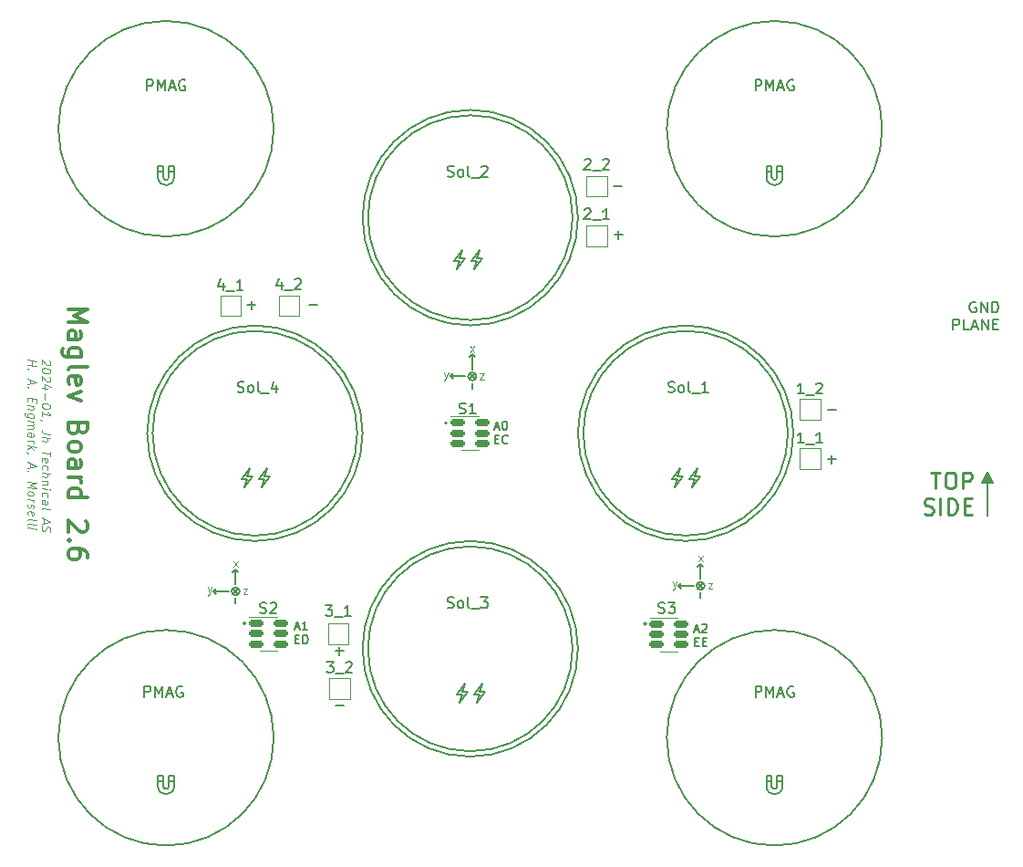
<source format=gto>
%TF.GenerationSoftware,KiCad,Pcbnew,7.0.9*%
%TF.CreationDate,2024-01-26T12:36:02+01:00*%
%TF.ProjectId,maglev26,6d61676c-6576-4323-962e-6b696361645f,1.0*%
%TF.SameCoordinates,Original*%
%TF.FileFunction,Legend,Top*%
%TF.FilePolarity,Positive*%
%FSLAX46Y46*%
G04 Gerber Fmt 4.6, Leading zero omitted, Abs format (unit mm)*
G04 Created by KiCad (PCBNEW 7.0.9) date 2024-01-26 12:36:02*
%MOMM*%
%LPD*%
G01*
G04 APERTURE LIST*
G04 Aperture macros list*
%AMRoundRect*
0 Rectangle with rounded corners*
0 $1 Rounding radius*
0 $2 $3 $4 $5 $6 $7 $8 $9 X,Y pos of 4 corners*
0 Add a 4 corners polygon primitive as box body*
4,1,4,$2,$3,$4,$5,$6,$7,$8,$9,$2,$3,0*
0 Add four circle primitives for the rounded corners*
1,1,$1+$1,$2,$3*
1,1,$1+$1,$4,$5*
1,1,$1+$1,$6,$7*
1,1,$1+$1,$8,$9*
0 Add four rect primitives between the rounded corners*
20,1,$1+$1,$2,$3,$4,$5,0*
20,1,$1+$1,$4,$5,$6,$7,0*
20,1,$1+$1,$6,$7,$8,$9,0*
20,1,$1+$1,$8,$9,$2,$3,0*%
G04 Aperture macros list end*
%ADD10C,0.150000*%
%ADD11C,0.202000*%
%ADD12C,0.100000*%
%ADD13C,0.160000*%
%ADD14C,0.350000*%
%ADD15C,0.250000*%
%ADD16C,0.120000*%
%ADD17C,10.000000*%
%ADD18R,1.500000X1.500000*%
%ADD19RoundRect,0.150000X-0.512500X-0.150000X0.512500X-0.150000X0.512500X0.150000X-0.512500X0.150000X0*%
%ADD20C,3.200000*%
%ADD21C,2.000000*%
G04 APERTURE END LIST*
D10*
X174250000Y-132000000D02*
G75*
G03*
X174750000Y-132000000I250000J0D01*
G01*
X165862000Y-113157000D02*
X165608000Y-113411000D01*
X174750000Y-74500000D02*
X174750000Y-75250000D01*
X126625000Y-103500000D02*
X127125000Y-103500000D01*
X147125000Y-123250000D02*
X147375000Y-122500000D01*
X174750000Y-131000000D02*
X175250000Y-131000000D01*
X175250000Y-131500000D01*
X174750000Y-131500000D01*
X174750000Y-131000000D01*
X145500000Y-82250000D02*
X144750000Y-83250000D01*
X117750000Y-75250000D02*
X117750000Y-75500000D01*
X124841000Y-113919000D02*
G75*
G03*
X124841000Y-113919000I-381000J0D01*
G01*
X144750000Y-83250000D02*
X145250000Y-83250000D01*
X174250000Y-131000000D02*
X174250000Y-131750000D01*
X173750000Y-74500000D02*
X174250000Y-74500000D01*
X118250000Y-74500000D02*
X118750000Y-74500000D01*
X118750000Y-75000000D01*
X118250000Y-75000000D01*
X118250000Y-74500000D01*
X167640000Y-114046000D02*
X167640000Y-114554000D01*
X167625000Y-103250000D02*
X167125000Y-103250000D01*
X117250000Y-75500000D02*
X117250000Y-74500000D01*
X124714000Y-113665000D02*
X124206000Y-114173000D01*
X144399000Y-93980000D02*
X144653000Y-94234000D01*
X173750000Y-131000000D02*
X174250000Y-131000000D01*
X175250000Y-75500000D02*
X175250000Y-74500000D01*
X146431000Y-91948000D02*
X146685000Y-92202000D01*
X168021000Y-113411000D02*
G75*
G03*
X168021000Y-113411000I-381000J0D01*
G01*
X174750000Y-75500000D02*
X174750000Y-75250000D01*
X145250000Y-124250000D02*
X146000000Y-123250000D01*
X117250000Y-132000000D02*
X117250000Y-131000000D01*
X136250000Y-99250000D02*
G75*
G03*
X136250000Y-99250000I-10000000J0D01*
G01*
X117750000Y-74500000D02*
X117750000Y-75250000D01*
X118750000Y-131500000D02*
X118250000Y-131500000D01*
X166000000Y-103250000D02*
X165500000Y-103250000D01*
X145250000Y-83250000D02*
X145000000Y-84000000D01*
X173750000Y-75500000D02*
X173750000Y-74500000D01*
X156250000Y-79250000D02*
G75*
G03*
X156250000Y-79250000I-10000000J0D01*
G01*
X118250000Y-131000000D02*
X118250000Y-131750000D01*
X146431000Y-93345000D02*
X146431000Y-91948000D01*
X146875000Y-124250000D02*
X147625000Y-123250000D01*
X175250000Y-131000000D02*
X174750000Y-131000000D01*
X117750000Y-131500000D02*
X117250000Y-131500000D01*
X167894000Y-113157000D02*
X167386000Y-113665000D01*
X155750000Y-79250000D02*
G75*
G03*
X155750000Y-79250000I-9500000J0D01*
G01*
X167640000Y-111379000D02*
X167894000Y-111633000D01*
X128000000Y-71000000D02*
G75*
G03*
X128000000Y-71000000I-10000000J0D01*
G01*
X145750000Y-122500000D02*
X145000000Y-123500000D01*
X146000000Y-123250000D02*
X145500000Y-123250000D01*
X167125000Y-103500000D02*
X166875000Y-104250000D01*
X174750000Y-131000000D02*
X174750000Y-131750000D01*
X127375000Y-102500000D02*
X126625000Y-103500000D01*
X165250000Y-104250000D02*
X166000000Y-103250000D01*
X122682000Y-113665000D02*
X122428000Y-113919000D01*
X145500000Y-123500000D02*
X145250000Y-124250000D01*
X166625000Y-103500000D02*
X167125000Y-103500000D01*
X146625000Y-84000000D02*
X147375000Y-83000000D01*
X167640000Y-112776000D02*
X167640000Y-111379000D01*
X125750000Y-102500000D02*
X125000000Y-103500000D01*
X126875000Y-104250000D02*
X127625000Y-103250000D01*
X146431000Y-94615000D02*
X146431000Y-95123000D01*
X165000000Y-103500000D02*
X165500000Y-103500000D01*
X173750000Y-132000000D02*
G75*
G03*
X175250000Y-132000000I750000J0D01*
G01*
X166875000Y-104250000D02*
X167625000Y-103250000D01*
X127125000Y-103500000D02*
X126875000Y-104250000D01*
X145750000Y-83000000D02*
X145250000Y-83000000D01*
X155750000Y-119250000D02*
G75*
G03*
X155750000Y-119250000I-9500000J0D01*
G01*
X146431000Y-91948000D02*
X146177000Y-92202000D01*
X135750000Y-99250000D02*
G75*
G03*
X135750000Y-99250000I-9500000J0D01*
G01*
X165500000Y-103250000D02*
X165750000Y-102500000D01*
X117750000Y-75000000D02*
X117250000Y-75000000D01*
X174750000Y-132000000D02*
X174750000Y-131750000D01*
X174250000Y-75000000D02*
X173750000Y-75000000D01*
X175250000Y-132000000D02*
X175250000Y-131000000D01*
X175250000Y-74500000D02*
X174750000Y-74500000D01*
X165750000Y-102500000D02*
X165000000Y-103500000D01*
X184500000Y-71000000D02*
G75*
G03*
X184500000Y-71000000I-10000000J0D01*
G01*
X127625000Y-103250000D02*
X127125000Y-103250000D01*
X117750000Y-132000000D02*
G75*
G03*
X118250000Y-132000000I250000J0D01*
G01*
X175250000Y-75000000D02*
X174750000Y-75000000D01*
X117250000Y-131000000D02*
X117750000Y-131000000D01*
D11*
X144068200Y-98298000D02*
G75*
G03*
X144068200Y-98298000I-101000J0D01*
G01*
D10*
X122428000Y-113919000D02*
X122682000Y-113665000D01*
X118750000Y-75000000D02*
X118250000Y-75000000D01*
X174250000Y-75250000D02*
X174250000Y-75500000D01*
X117250000Y-74500000D02*
X117750000Y-74500000D01*
X118750000Y-131000000D02*
X118250000Y-131000000D01*
X146875000Y-83000000D02*
X147125000Y-82250000D01*
X124460000Y-114554000D02*
X124460000Y-115062000D01*
D11*
X162584800Y-116941600D02*
G75*
G03*
X162584800Y-116941600I-101000J0D01*
G01*
D10*
X118250000Y-132000000D02*
X118250000Y-131750000D01*
X118750000Y-74500000D02*
X118250000Y-74500000D01*
X167005000Y-113411000D02*
X165608000Y-113411000D01*
X145796000Y-93980000D02*
X144399000Y-93980000D01*
X145000000Y-123500000D02*
X145500000Y-123500000D01*
X147375000Y-122500000D02*
X146625000Y-123500000D01*
X146177000Y-93726000D02*
X146685000Y-94234000D01*
X173750000Y-75500000D02*
G75*
G03*
X175250000Y-75500000I750000J0D01*
G01*
X124460000Y-111887000D02*
X124714000Y-112141000D01*
X167125000Y-103250000D02*
X167375000Y-102500000D01*
X127125000Y-103250000D02*
X127375000Y-102500000D01*
X165608000Y-113411000D02*
X165862000Y-113665000D01*
X174250000Y-75500000D02*
G75*
G03*
X174750000Y-75500000I250000J0D01*
G01*
X146812000Y-93980000D02*
G75*
G03*
X146812000Y-93980000I-381000J0D01*
G01*
X174250000Y-131500000D02*
X173750000Y-131500000D01*
X126000000Y-103250000D02*
X125500000Y-103250000D01*
X173750000Y-132000000D02*
X173750000Y-131000000D01*
X175750000Y-99250000D02*
G75*
G03*
X175750000Y-99250000I-9500000J0D01*
G01*
X184500000Y-127500000D02*
G75*
G03*
X184500000Y-127500000I-10000000J0D01*
G01*
X146685000Y-93726000D02*
X146177000Y-94234000D01*
X117250000Y-132000000D02*
G75*
G03*
X118750000Y-132000000I750000J0D01*
G01*
X118750000Y-132000000D02*
X118750000Y-131000000D01*
X147375000Y-83000000D02*
X146875000Y-83000000D01*
X167375000Y-102500000D02*
X166625000Y-103500000D01*
X118250000Y-74500000D02*
X118250000Y-75250000D01*
X146375000Y-83250000D02*
X146875000Y-83250000D01*
X167386000Y-113157000D02*
X167894000Y-113665000D01*
X118250000Y-131000000D02*
X118750000Y-131000000D01*
X118750000Y-131500000D01*
X118250000Y-131500000D01*
X118250000Y-131000000D01*
X123825000Y-113919000D02*
X122428000Y-113919000D01*
X128000000Y-127500000D02*
G75*
G03*
X128000000Y-127500000I-10000000J0D01*
G01*
X194818000Y-103886000D02*
X193802000Y-103886000D01*
X194310000Y-102870000D01*
X194818000Y-103886000D01*
G36*
X194818000Y-103886000D02*
G01*
X193802000Y-103886000D01*
X194310000Y-102870000D01*
X194818000Y-103886000D01*
G37*
X165608000Y-113411000D02*
X165862000Y-113157000D01*
X176250000Y-99250000D02*
G75*
G03*
X176250000Y-99250000I-10000000J0D01*
G01*
X175250000Y-131500000D02*
X174750000Y-131500000D01*
X117750000Y-131750000D02*
X117750000Y-132000000D01*
X194310000Y-106934000D02*
X194310000Y-102870000D01*
X144399000Y-93980000D02*
X144653000Y-93726000D01*
X147125000Y-82250000D02*
X146375000Y-83250000D01*
X144653000Y-93726000D02*
X144399000Y-93980000D01*
X125500000Y-103250000D02*
X125750000Y-102500000D01*
X167640000Y-111379000D02*
X167386000Y-111633000D01*
X125000000Y-103500000D02*
X125500000Y-103500000D01*
D11*
X125373800Y-116890800D02*
G75*
G03*
X125373800Y-116890800I-101000J0D01*
G01*
D10*
X145000000Y-84000000D02*
X145750000Y-83000000D01*
X124206000Y-113665000D02*
X124714000Y-114173000D01*
X124460000Y-113284000D02*
X124460000Y-111887000D01*
X117750000Y-75500000D02*
G75*
G03*
X118250000Y-75500000I250000J0D01*
G01*
X165500000Y-103500000D02*
X165250000Y-104250000D01*
X174250000Y-74500000D02*
X174250000Y-75250000D01*
X124460000Y-111887000D02*
X124206000Y-112141000D01*
X122428000Y-113919000D02*
X122682000Y-114173000D01*
X118750000Y-75500000D02*
X118750000Y-74500000D01*
X145500000Y-123250000D02*
X145750000Y-122500000D01*
X147625000Y-123250000D02*
X147125000Y-123250000D01*
X118250000Y-75500000D02*
X118250000Y-75250000D01*
X117250000Y-75500000D02*
G75*
G03*
X118750000Y-75500000I750000J0D01*
G01*
X117750000Y-131000000D02*
X117750000Y-131750000D01*
X174250000Y-131750000D02*
X174250000Y-132000000D01*
X125500000Y-103500000D02*
X125250000Y-104250000D01*
X145250000Y-83000000D02*
X145500000Y-82250000D01*
X147125000Y-123500000D02*
X146875000Y-124250000D01*
X146625000Y-123500000D02*
X147125000Y-123500000D01*
X156250000Y-119250000D02*
G75*
G03*
X156250000Y-119250000I-10000000J0D01*
G01*
X146875000Y-83250000D02*
X146625000Y-84000000D01*
X174750000Y-74500000D02*
X175250000Y-74500000D01*
X175250000Y-75000000D01*
X174750000Y-75000000D01*
X174750000Y-74500000D01*
X125250000Y-104250000D02*
X126000000Y-103250000D01*
D12*
X147119074Y-93724561D02*
X147538122Y-93724561D01*
X147538122Y-93724561D02*
X147119074Y-94257895D01*
X147119074Y-94257895D02*
X147538122Y-94257895D01*
D10*
X133731048Y-124533866D02*
X134492953Y-124533866D01*
X172738095Y-123714419D02*
X172738095Y-122714419D01*
X172738095Y-122714419D02*
X173119047Y-122714419D01*
X173119047Y-122714419D02*
X173214285Y-122762038D01*
X173214285Y-122762038D02*
X173261904Y-122809657D01*
X173261904Y-122809657D02*
X173309523Y-122904895D01*
X173309523Y-122904895D02*
X173309523Y-123047752D01*
X173309523Y-123047752D02*
X173261904Y-123142990D01*
X173261904Y-123142990D02*
X173214285Y-123190609D01*
X173214285Y-123190609D02*
X173119047Y-123238228D01*
X173119047Y-123238228D02*
X172738095Y-123238228D01*
X173738095Y-123714419D02*
X173738095Y-122714419D01*
X173738095Y-122714419D02*
X174071428Y-123428704D01*
X174071428Y-123428704D02*
X174404761Y-122714419D01*
X174404761Y-122714419D02*
X174404761Y-123714419D01*
X174833333Y-123428704D02*
X175309523Y-123428704D01*
X174738095Y-123714419D02*
X175071428Y-122714419D01*
X175071428Y-122714419D02*
X175404761Y-123714419D01*
X176261904Y-122762038D02*
X176166666Y-122714419D01*
X176166666Y-122714419D02*
X176023809Y-122714419D01*
X176023809Y-122714419D02*
X175880952Y-122762038D01*
X175880952Y-122762038D02*
X175785714Y-122857276D01*
X175785714Y-122857276D02*
X175738095Y-122952514D01*
X175738095Y-122952514D02*
X175690476Y-123142990D01*
X175690476Y-123142990D02*
X175690476Y-123285847D01*
X175690476Y-123285847D02*
X175738095Y-123476323D01*
X175738095Y-123476323D02*
X175785714Y-123571561D01*
X175785714Y-123571561D02*
X175880952Y-123666800D01*
X175880952Y-123666800D02*
X176023809Y-123714419D01*
X176023809Y-123714419D02*
X176119047Y-123714419D01*
X176119047Y-123714419D02*
X176261904Y-123666800D01*
X176261904Y-123666800D02*
X176309523Y-123619180D01*
X176309523Y-123619180D02*
X176309523Y-123285847D01*
X176309523Y-123285847D02*
X176119047Y-123285847D01*
D13*
X129984571Y-117249203D02*
X130365524Y-117249203D01*
X129908381Y-117477775D02*
X130175048Y-116677775D01*
X130175048Y-116677775D02*
X130441714Y-117477775D01*
X131127428Y-117477775D02*
X130670285Y-117477775D01*
X130898857Y-117477775D02*
X130898857Y-116677775D01*
X130898857Y-116677775D02*
X130822666Y-116792060D01*
X130822666Y-116792060D02*
X130746476Y-116868251D01*
X130746476Y-116868251D02*
X130670285Y-116906346D01*
X129984571Y-118346727D02*
X130251237Y-118346727D01*
X130365523Y-118765775D02*
X129984571Y-118765775D01*
X129984571Y-118765775D02*
X129984571Y-117965775D01*
X129984571Y-117965775D02*
X130365523Y-117965775D01*
X130708381Y-118765775D02*
X130708381Y-117965775D01*
X130708381Y-117965775D02*
X130898857Y-117965775D01*
X130898857Y-117965775D02*
X131013143Y-118003870D01*
X131013143Y-118003870D02*
X131089333Y-118080060D01*
X131089333Y-118080060D02*
X131127428Y-118156251D01*
X131127428Y-118156251D02*
X131165524Y-118308632D01*
X131165524Y-118308632D02*
X131165524Y-118422918D01*
X131165524Y-118422918D02*
X131127428Y-118575299D01*
X131127428Y-118575299D02*
X131089333Y-118651489D01*
X131089333Y-118651489D02*
X131013143Y-118727680D01*
X131013143Y-118727680D02*
X130898857Y-118765775D01*
X130898857Y-118765775D02*
X130708381Y-118765775D01*
D10*
X144142857Y-75407200D02*
X144285714Y-75454819D01*
X144285714Y-75454819D02*
X144523809Y-75454819D01*
X144523809Y-75454819D02*
X144619047Y-75407200D01*
X144619047Y-75407200D02*
X144666666Y-75359580D01*
X144666666Y-75359580D02*
X144714285Y-75264342D01*
X144714285Y-75264342D02*
X144714285Y-75169104D01*
X144714285Y-75169104D02*
X144666666Y-75073866D01*
X144666666Y-75073866D02*
X144619047Y-75026247D01*
X144619047Y-75026247D02*
X144523809Y-74978628D01*
X144523809Y-74978628D02*
X144333333Y-74931009D01*
X144333333Y-74931009D02*
X144238095Y-74883390D01*
X144238095Y-74883390D02*
X144190476Y-74835771D01*
X144190476Y-74835771D02*
X144142857Y-74740533D01*
X144142857Y-74740533D02*
X144142857Y-74645295D01*
X144142857Y-74645295D02*
X144190476Y-74550057D01*
X144190476Y-74550057D02*
X144238095Y-74502438D01*
X144238095Y-74502438D02*
X144333333Y-74454819D01*
X144333333Y-74454819D02*
X144571428Y-74454819D01*
X144571428Y-74454819D02*
X144714285Y-74502438D01*
X145285714Y-75454819D02*
X145190476Y-75407200D01*
X145190476Y-75407200D02*
X145142857Y-75359580D01*
X145142857Y-75359580D02*
X145095238Y-75264342D01*
X145095238Y-75264342D02*
X145095238Y-74978628D01*
X145095238Y-74978628D02*
X145142857Y-74883390D01*
X145142857Y-74883390D02*
X145190476Y-74835771D01*
X145190476Y-74835771D02*
X145285714Y-74788152D01*
X145285714Y-74788152D02*
X145428571Y-74788152D01*
X145428571Y-74788152D02*
X145523809Y-74835771D01*
X145523809Y-74835771D02*
X145571428Y-74883390D01*
X145571428Y-74883390D02*
X145619047Y-74978628D01*
X145619047Y-74978628D02*
X145619047Y-75264342D01*
X145619047Y-75264342D02*
X145571428Y-75359580D01*
X145571428Y-75359580D02*
X145523809Y-75407200D01*
X145523809Y-75407200D02*
X145428571Y-75454819D01*
X145428571Y-75454819D02*
X145285714Y-75454819D01*
X146190476Y-75454819D02*
X146095238Y-75407200D01*
X146095238Y-75407200D02*
X146047619Y-75311961D01*
X146047619Y-75311961D02*
X146047619Y-74454819D01*
X146333334Y-75550057D02*
X147095238Y-75550057D01*
X147285715Y-74550057D02*
X147333334Y-74502438D01*
X147333334Y-74502438D02*
X147428572Y-74454819D01*
X147428572Y-74454819D02*
X147666667Y-74454819D01*
X147666667Y-74454819D02*
X147761905Y-74502438D01*
X147761905Y-74502438D02*
X147809524Y-74550057D01*
X147809524Y-74550057D02*
X147857143Y-74645295D01*
X147857143Y-74645295D02*
X147857143Y-74740533D01*
X147857143Y-74740533D02*
X147809524Y-74883390D01*
X147809524Y-74883390D02*
X147238096Y-75454819D01*
X147238096Y-75454819D02*
X147857143Y-75454819D01*
X172738095Y-67454819D02*
X172738095Y-66454819D01*
X172738095Y-66454819D02*
X173119047Y-66454819D01*
X173119047Y-66454819D02*
X173214285Y-66502438D01*
X173214285Y-66502438D02*
X173261904Y-66550057D01*
X173261904Y-66550057D02*
X173309523Y-66645295D01*
X173309523Y-66645295D02*
X173309523Y-66788152D01*
X173309523Y-66788152D02*
X173261904Y-66883390D01*
X173261904Y-66883390D02*
X173214285Y-66931009D01*
X173214285Y-66931009D02*
X173119047Y-66978628D01*
X173119047Y-66978628D02*
X172738095Y-66978628D01*
X173738095Y-67454819D02*
X173738095Y-66454819D01*
X173738095Y-66454819D02*
X174071428Y-67169104D01*
X174071428Y-67169104D02*
X174404761Y-66454819D01*
X174404761Y-66454819D02*
X174404761Y-67454819D01*
X174833333Y-67169104D02*
X175309523Y-67169104D01*
X174738095Y-67454819D02*
X175071428Y-66454819D01*
X175071428Y-66454819D02*
X175404761Y-67454819D01*
X176261904Y-66502438D02*
X176166666Y-66454819D01*
X176166666Y-66454819D02*
X176023809Y-66454819D01*
X176023809Y-66454819D02*
X175880952Y-66502438D01*
X175880952Y-66502438D02*
X175785714Y-66597676D01*
X175785714Y-66597676D02*
X175738095Y-66692914D01*
X175738095Y-66692914D02*
X175690476Y-66883390D01*
X175690476Y-66883390D02*
X175690476Y-67026247D01*
X175690476Y-67026247D02*
X175738095Y-67216723D01*
X175738095Y-67216723D02*
X175785714Y-67311961D01*
X175785714Y-67311961D02*
X175880952Y-67407200D01*
X175880952Y-67407200D02*
X176023809Y-67454819D01*
X176023809Y-67454819D02*
X176119047Y-67454819D01*
X176119047Y-67454819D02*
X176261904Y-67407200D01*
X176261904Y-67407200D02*
X176309523Y-67359580D01*
X176309523Y-67359580D02*
X176309523Y-67026247D01*
X176309523Y-67026247D02*
X176119047Y-67026247D01*
D13*
X148526571Y-98707203D02*
X148907524Y-98707203D01*
X148450381Y-98935775D02*
X148717048Y-98135775D01*
X148717048Y-98135775D02*
X148983714Y-98935775D01*
X149402762Y-98135775D02*
X149478952Y-98135775D01*
X149478952Y-98135775D02*
X149555143Y-98173870D01*
X149555143Y-98173870D02*
X149593238Y-98211965D01*
X149593238Y-98211965D02*
X149631333Y-98288156D01*
X149631333Y-98288156D02*
X149669428Y-98440537D01*
X149669428Y-98440537D02*
X149669428Y-98631013D01*
X149669428Y-98631013D02*
X149631333Y-98783394D01*
X149631333Y-98783394D02*
X149593238Y-98859584D01*
X149593238Y-98859584D02*
X149555143Y-98897680D01*
X149555143Y-98897680D02*
X149478952Y-98935775D01*
X149478952Y-98935775D02*
X149402762Y-98935775D01*
X149402762Y-98935775D02*
X149326571Y-98897680D01*
X149326571Y-98897680D02*
X149288476Y-98859584D01*
X149288476Y-98859584D02*
X149250381Y-98783394D01*
X149250381Y-98783394D02*
X149212285Y-98631013D01*
X149212285Y-98631013D02*
X149212285Y-98440537D01*
X149212285Y-98440537D02*
X149250381Y-98288156D01*
X149250381Y-98288156D02*
X149288476Y-98211965D01*
X149288476Y-98211965D02*
X149326571Y-98173870D01*
X149326571Y-98173870D02*
X149402762Y-98135775D01*
X148526571Y-99804727D02*
X148793237Y-99804727D01*
X148907523Y-100223775D02*
X148526571Y-100223775D01*
X148526571Y-100223775D02*
X148526571Y-99423775D01*
X148526571Y-99423775D02*
X148907523Y-99423775D01*
X149707524Y-100147584D02*
X149669428Y-100185680D01*
X149669428Y-100185680D02*
X149555143Y-100223775D01*
X149555143Y-100223775D02*
X149478952Y-100223775D01*
X149478952Y-100223775D02*
X149364666Y-100185680D01*
X149364666Y-100185680D02*
X149288476Y-100109489D01*
X149288476Y-100109489D02*
X149250381Y-100033299D01*
X149250381Y-100033299D02*
X149212285Y-99880918D01*
X149212285Y-99880918D02*
X149212285Y-99766632D01*
X149212285Y-99766632D02*
X149250381Y-99614251D01*
X149250381Y-99614251D02*
X149288476Y-99538060D01*
X149288476Y-99538060D02*
X149364666Y-99461870D01*
X149364666Y-99461870D02*
X149478952Y-99423775D01*
X149478952Y-99423775D02*
X149555143Y-99423775D01*
X149555143Y-99423775D02*
X149669428Y-99461870D01*
X149669428Y-99461870D02*
X149707524Y-99499965D01*
D12*
X124259074Y-111656895D02*
X124678122Y-111123561D01*
X124259074Y-111123561D02*
X124678122Y-111656895D01*
D10*
X131273779Y-87372866D02*
X132035684Y-87372866D01*
X133731048Y-119453866D02*
X134492953Y-119453866D01*
X134112000Y-119834819D02*
X134112000Y-119072914D01*
X159639048Y-80845866D02*
X160400953Y-80845866D01*
X160020000Y-81226819D02*
X160020000Y-80464914D01*
D12*
X146230074Y-91717895D02*
X146649122Y-91184561D01*
X146230074Y-91184561D02*
X146649122Y-91717895D01*
D14*
X108913485Y-87742571D02*
X110713485Y-87742571D01*
X110713485Y-87742571D02*
X109427771Y-88342571D01*
X109427771Y-88342571D02*
X110713485Y-88942571D01*
X110713485Y-88942571D02*
X108913485Y-88942571D01*
X108913485Y-90571143D02*
X109856342Y-90571143D01*
X109856342Y-90571143D02*
X110027771Y-90485428D01*
X110027771Y-90485428D02*
X110113485Y-90314000D01*
X110113485Y-90314000D02*
X110113485Y-89971143D01*
X110113485Y-89971143D02*
X110027771Y-89799714D01*
X108999200Y-90571143D02*
X108913485Y-90399714D01*
X108913485Y-90399714D02*
X108913485Y-89971143D01*
X108913485Y-89971143D02*
X108999200Y-89799714D01*
X108999200Y-89799714D02*
X109170628Y-89714000D01*
X109170628Y-89714000D02*
X109342057Y-89714000D01*
X109342057Y-89714000D02*
X109513485Y-89799714D01*
X109513485Y-89799714D02*
X109599200Y-89971143D01*
X109599200Y-89971143D02*
X109599200Y-90399714D01*
X109599200Y-90399714D02*
X109684914Y-90571143D01*
X110113485Y-92199714D02*
X108656342Y-92199714D01*
X108656342Y-92199714D02*
X108484914Y-92113999D01*
X108484914Y-92113999D02*
X108399200Y-92028285D01*
X108399200Y-92028285D02*
X108313485Y-91856856D01*
X108313485Y-91856856D02*
X108313485Y-91599714D01*
X108313485Y-91599714D02*
X108399200Y-91428285D01*
X108999200Y-92199714D02*
X108913485Y-92028285D01*
X108913485Y-92028285D02*
X108913485Y-91685428D01*
X108913485Y-91685428D02*
X108999200Y-91513999D01*
X108999200Y-91513999D02*
X109084914Y-91428285D01*
X109084914Y-91428285D02*
X109256342Y-91342571D01*
X109256342Y-91342571D02*
X109770628Y-91342571D01*
X109770628Y-91342571D02*
X109942057Y-91428285D01*
X109942057Y-91428285D02*
X110027771Y-91513999D01*
X110027771Y-91513999D02*
X110113485Y-91685428D01*
X110113485Y-91685428D02*
X110113485Y-92028285D01*
X110113485Y-92028285D02*
X110027771Y-92199714D01*
X108913485Y-93313999D02*
X108999200Y-93142570D01*
X108999200Y-93142570D02*
X109170628Y-93056856D01*
X109170628Y-93056856D02*
X110713485Y-93056856D01*
X108999200Y-94685427D02*
X108913485Y-94513999D01*
X108913485Y-94513999D02*
X108913485Y-94171142D01*
X108913485Y-94171142D02*
X108999200Y-93999713D01*
X108999200Y-93999713D02*
X109170628Y-93913999D01*
X109170628Y-93913999D02*
X109856342Y-93913999D01*
X109856342Y-93913999D02*
X110027771Y-93999713D01*
X110027771Y-93999713D02*
X110113485Y-94171142D01*
X110113485Y-94171142D02*
X110113485Y-94513999D01*
X110113485Y-94513999D02*
X110027771Y-94685427D01*
X110027771Y-94685427D02*
X109856342Y-94771142D01*
X109856342Y-94771142D02*
X109684914Y-94771142D01*
X109684914Y-94771142D02*
X109513485Y-93913999D01*
X110113485Y-95371141D02*
X108913485Y-95799713D01*
X108913485Y-95799713D02*
X110113485Y-96228284D01*
X109856342Y-98885428D02*
X109770628Y-99142571D01*
X109770628Y-99142571D02*
X109684914Y-99228285D01*
X109684914Y-99228285D02*
X109513485Y-99313999D01*
X109513485Y-99313999D02*
X109256342Y-99313999D01*
X109256342Y-99313999D02*
X109084914Y-99228285D01*
X109084914Y-99228285D02*
X108999200Y-99142571D01*
X108999200Y-99142571D02*
X108913485Y-98971142D01*
X108913485Y-98971142D02*
X108913485Y-98285428D01*
X108913485Y-98285428D02*
X110713485Y-98285428D01*
X110713485Y-98285428D02*
X110713485Y-98885428D01*
X110713485Y-98885428D02*
X110627771Y-99056857D01*
X110627771Y-99056857D02*
X110542057Y-99142571D01*
X110542057Y-99142571D02*
X110370628Y-99228285D01*
X110370628Y-99228285D02*
X110199200Y-99228285D01*
X110199200Y-99228285D02*
X110027771Y-99142571D01*
X110027771Y-99142571D02*
X109942057Y-99056857D01*
X109942057Y-99056857D02*
X109856342Y-98885428D01*
X109856342Y-98885428D02*
X109856342Y-98285428D01*
X108913485Y-100342571D02*
X108999200Y-100171142D01*
X108999200Y-100171142D02*
X109084914Y-100085428D01*
X109084914Y-100085428D02*
X109256342Y-99999714D01*
X109256342Y-99999714D02*
X109770628Y-99999714D01*
X109770628Y-99999714D02*
X109942057Y-100085428D01*
X109942057Y-100085428D02*
X110027771Y-100171142D01*
X110027771Y-100171142D02*
X110113485Y-100342571D01*
X110113485Y-100342571D02*
X110113485Y-100599714D01*
X110113485Y-100599714D02*
X110027771Y-100771142D01*
X110027771Y-100771142D02*
X109942057Y-100856857D01*
X109942057Y-100856857D02*
X109770628Y-100942571D01*
X109770628Y-100942571D02*
X109256342Y-100942571D01*
X109256342Y-100942571D02*
X109084914Y-100856857D01*
X109084914Y-100856857D02*
X108999200Y-100771142D01*
X108999200Y-100771142D02*
X108913485Y-100599714D01*
X108913485Y-100599714D02*
X108913485Y-100342571D01*
X108913485Y-102485428D02*
X109856342Y-102485428D01*
X109856342Y-102485428D02*
X110027771Y-102399713D01*
X110027771Y-102399713D02*
X110113485Y-102228285D01*
X110113485Y-102228285D02*
X110113485Y-101885428D01*
X110113485Y-101885428D02*
X110027771Y-101713999D01*
X108999200Y-102485428D02*
X108913485Y-102313999D01*
X108913485Y-102313999D02*
X108913485Y-101885428D01*
X108913485Y-101885428D02*
X108999200Y-101713999D01*
X108999200Y-101713999D02*
X109170628Y-101628285D01*
X109170628Y-101628285D02*
X109342057Y-101628285D01*
X109342057Y-101628285D02*
X109513485Y-101713999D01*
X109513485Y-101713999D02*
X109599200Y-101885428D01*
X109599200Y-101885428D02*
X109599200Y-102313999D01*
X109599200Y-102313999D02*
X109684914Y-102485428D01*
X108913485Y-103342570D02*
X110113485Y-103342570D01*
X109770628Y-103342570D02*
X109942057Y-103428284D01*
X109942057Y-103428284D02*
X110027771Y-103513999D01*
X110027771Y-103513999D02*
X110113485Y-103685427D01*
X110113485Y-103685427D02*
X110113485Y-103856856D01*
X108913485Y-105228285D02*
X110713485Y-105228285D01*
X108999200Y-105228285D02*
X108913485Y-105056856D01*
X108913485Y-105056856D02*
X108913485Y-104713999D01*
X108913485Y-104713999D02*
X108999200Y-104542570D01*
X108999200Y-104542570D02*
X109084914Y-104456856D01*
X109084914Y-104456856D02*
X109256342Y-104371142D01*
X109256342Y-104371142D02*
X109770628Y-104371142D01*
X109770628Y-104371142D02*
X109942057Y-104456856D01*
X109942057Y-104456856D02*
X110027771Y-104542570D01*
X110027771Y-104542570D02*
X110113485Y-104713999D01*
X110113485Y-104713999D02*
X110113485Y-105056856D01*
X110113485Y-105056856D02*
X110027771Y-105228285D01*
X110542057Y-107371142D02*
X110627771Y-107456856D01*
X110627771Y-107456856D02*
X110713485Y-107628285D01*
X110713485Y-107628285D02*
X110713485Y-108056856D01*
X110713485Y-108056856D02*
X110627771Y-108228285D01*
X110627771Y-108228285D02*
X110542057Y-108313999D01*
X110542057Y-108313999D02*
X110370628Y-108399713D01*
X110370628Y-108399713D02*
X110199200Y-108399713D01*
X110199200Y-108399713D02*
X109942057Y-108313999D01*
X109942057Y-108313999D02*
X108913485Y-107285427D01*
X108913485Y-107285427D02*
X108913485Y-108399713D01*
X109084914Y-109171142D02*
X108999200Y-109256856D01*
X108999200Y-109256856D02*
X108913485Y-109171142D01*
X108913485Y-109171142D02*
X108999200Y-109085428D01*
X108999200Y-109085428D02*
X109084914Y-109171142D01*
X109084914Y-109171142D02*
X108913485Y-109171142D01*
X110713485Y-110799714D02*
X110713485Y-110456856D01*
X110713485Y-110456856D02*
X110627771Y-110285428D01*
X110627771Y-110285428D02*
X110542057Y-110199714D01*
X110542057Y-110199714D02*
X110284914Y-110028285D01*
X110284914Y-110028285D02*
X109942057Y-109942571D01*
X109942057Y-109942571D02*
X109256342Y-109942571D01*
X109256342Y-109942571D02*
X109084914Y-110028285D01*
X109084914Y-110028285D02*
X108999200Y-110113999D01*
X108999200Y-110113999D02*
X108913485Y-110285428D01*
X108913485Y-110285428D02*
X108913485Y-110628285D01*
X108913485Y-110628285D02*
X108999200Y-110799714D01*
X108999200Y-110799714D02*
X109084914Y-110885428D01*
X109084914Y-110885428D02*
X109256342Y-110971142D01*
X109256342Y-110971142D02*
X109684914Y-110971142D01*
X109684914Y-110971142D02*
X109856342Y-110885428D01*
X109856342Y-110885428D02*
X109942057Y-110799714D01*
X109942057Y-110799714D02*
X110027771Y-110628285D01*
X110027771Y-110628285D02*
X110027771Y-110285428D01*
X110027771Y-110285428D02*
X109942057Y-110113999D01*
X109942057Y-110113999D02*
X109856342Y-110028285D01*
X109856342Y-110028285D02*
X109684914Y-109942571D01*
D12*
X167439074Y-111148895D02*
X167858122Y-110615561D01*
X167439074Y-110615561D02*
X167858122Y-111148895D01*
X165026074Y-113028561D02*
X165216550Y-113561895D01*
X165407027Y-113028561D02*
X165216550Y-113561895D01*
X165216550Y-113561895D02*
X165140360Y-113752371D01*
X165140360Y-113752371D02*
X165102265Y-113790466D01*
X165102265Y-113790466D02*
X165026074Y-113828561D01*
D10*
X144142857Y-115407200D02*
X144285714Y-115454819D01*
X144285714Y-115454819D02*
X144523809Y-115454819D01*
X144523809Y-115454819D02*
X144619047Y-115407200D01*
X144619047Y-115407200D02*
X144666666Y-115359580D01*
X144666666Y-115359580D02*
X144714285Y-115264342D01*
X144714285Y-115264342D02*
X144714285Y-115169104D01*
X144714285Y-115169104D02*
X144666666Y-115073866D01*
X144666666Y-115073866D02*
X144619047Y-115026247D01*
X144619047Y-115026247D02*
X144523809Y-114978628D01*
X144523809Y-114978628D02*
X144333333Y-114931009D01*
X144333333Y-114931009D02*
X144238095Y-114883390D01*
X144238095Y-114883390D02*
X144190476Y-114835771D01*
X144190476Y-114835771D02*
X144142857Y-114740533D01*
X144142857Y-114740533D02*
X144142857Y-114645295D01*
X144142857Y-114645295D02*
X144190476Y-114550057D01*
X144190476Y-114550057D02*
X144238095Y-114502438D01*
X144238095Y-114502438D02*
X144333333Y-114454819D01*
X144333333Y-114454819D02*
X144571428Y-114454819D01*
X144571428Y-114454819D02*
X144714285Y-114502438D01*
X145285714Y-115454819D02*
X145190476Y-115407200D01*
X145190476Y-115407200D02*
X145142857Y-115359580D01*
X145142857Y-115359580D02*
X145095238Y-115264342D01*
X145095238Y-115264342D02*
X145095238Y-114978628D01*
X145095238Y-114978628D02*
X145142857Y-114883390D01*
X145142857Y-114883390D02*
X145190476Y-114835771D01*
X145190476Y-114835771D02*
X145285714Y-114788152D01*
X145285714Y-114788152D02*
X145428571Y-114788152D01*
X145428571Y-114788152D02*
X145523809Y-114835771D01*
X145523809Y-114835771D02*
X145571428Y-114883390D01*
X145571428Y-114883390D02*
X145619047Y-114978628D01*
X145619047Y-114978628D02*
X145619047Y-115264342D01*
X145619047Y-115264342D02*
X145571428Y-115359580D01*
X145571428Y-115359580D02*
X145523809Y-115407200D01*
X145523809Y-115407200D02*
X145428571Y-115454819D01*
X145428571Y-115454819D02*
X145285714Y-115454819D01*
X146190476Y-115454819D02*
X146095238Y-115407200D01*
X146095238Y-115407200D02*
X146047619Y-115311961D01*
X146047619Y-115311961D02*
X146047619Y-114454819D01*
X146333334Y-115550057D02*
X147095238Y-115550057D01*
X147238096Y-114454819D02*
X147857143Y-114454819D01*
X147857143Y-114454819D02*
X147523810Y-114835771D01*
X147523810Y-114835771D02*
X147666667Y-114835771D01*
X147666667Y-114835771D02*
X147761905Y-114883390D01*
X147761905Y-114883390D02*
X147809524Y-114931009D01*
X147809524Y-114931009D02*
X147857143Y-115026247D01*
X147857143Y-115026247D02*
X147857143Y-115264342D01*
X147857143Y-115264342D02*
X147809524Y-115359580D01*
X147809524Y-115359580D02*
X147761905Y-115407200D01*
X147761905Y-115407200D02*
X147666667Y-115454819D01*
X147666667Y-115454819D02*
X147380953Y-115454819D01*
X147380953Y-115454819D02*
X147285715Y-115407200D01*
X147285715Y-115407200D02*
X147238096Y-115359580D01*
X179451048Y-97101866D02*
X180212953Y-97101866D01*
D12*
X168328074Y-113155561D02*
X168747122Y-113155561D01*
X168747122Y-113155561D02*
X168328074Y-113688895D01*
X168328074Y-113688895D02*
X168747122Y-113688895D01*
D10*
X115988095Y-123714419D02*
X115988095Y-122714419D01*
X115988095Y-122714419D02*
X116369047Y-122714419D01*
X116369047Y-122714419D02*
X116464285Y-122762038D01*
X116464285Y-122762038D02*
X116511904Y-122809657D01*
X116511904Y-122809657D02*
X116559523Y-122904895D01*
X116559523Y-122904895D02*
X116559523Y-123047752D01*
X116559523Y-123047752D02*
X116511904Y-123142990D01*
X116511904Y-123142990D02*
X116464285Y-123190609D01*
X116464285Y-123190609D02*
X116369047Y-123238228D01*
X116369047Y-123238228D02*
X115988095Y-123238228D01*
X116988095Y-123714419D02*
X116988095Y-122714419D01*
X116988095Y-122714419D02*
X117321428Y-123428704D01*
X117321428Y-123428704D02*
X117654761Y-122714419D01*
X117654761Y-122714419D02*
X117654761Y-123714419D01*
X118083333Y-123428704D02*
X118559523Y-123428704D01*
X117988095Y-123714419D02*
X118321428Y-122714419D01*
X118321428Y-122714419D02*
X118654761Y-123714419D01*
X119511904Y-122762038D02*
X119416666Y-122714419D01*
X119416666Y-122714419D02*
X119273809Y-122714419D01*
X119273809Y-122714419D02*
X119130952Y-122762038D01*
X119130952Y-122762038D02*
X119035714Y-122857276D01*
X119035714Y-122857276D02*
X118988095Y-122952514D01*
X118988095Y-122952514D02*
X118940476Y-123142990D01*
X118940476Y-123142990D02*
X118940476Y-123285847D01*
X118940476Y-123285847D02*
X118988095Y-123476323D01*
X118988095Y-123476323D02*
X119035714Y-123571561D01*
X119035714Y-123571561D02*
X119130952Y-123666800D01*
X119130952Y-123666800D02*
X119273809Y-123714419D01*
X119273809Y-123714419D02*
X119369047Y-123714419D01*
X119369047Y-123714419D02*
X119511904Y-123666800D01*
X119511904Y-123666800D02*
X119559523Y-123619180D01*
X119559523Y-123619180D02*
X119559523Y-123285847D01*
X119559523Y-123285847D02*
X119369047Y-123285847D01*
D12*
X107174914Y-92505884D02*
X107213009Y-92548741D01*
X107213009Y-92548741D02*
X107251104Y-92629693D01*
X107251104Y-92629693D02*
X107251104Y-92820169D01*
X107251104Y-92820169D02*
X107213009Y-92891598D01*
X107213009Y-92891598D02*
X107174914Y-92924931D01*
X107174914Y-92924931D02*
X107098723Y-92953503D01*
X107098723Y-92953503D02*
X107022533Y-92943979D01*
X107022533Y-92943979D02*
X106908247Y-92891598D01*
X106908247Y-92891598D02*
X106451104Y-92377312D01*
X106451104Y-92377312D02*
X106451104Y-92872550D01*
X107251104Y-93467789D02*
X107251104Y-93543979D01*
X107251104Y-93543979D02*
X107213009Y-93615408D01*
X107213009Y-93615408D02*
X107174914Y-93648741D01*
X107174914Y-93648741D02*
X107098723Y-93677313D01*
X107098723Y-93677313D02*
X106946342Y-93696360D01*
X106946342Y-93696360D02*
X106755866Y-93672551D01*
X106755866Y-93672551D02*
X106603485Y-93615408D01*
X106603485Y-93615408D02*
X106527295Y-93567789D01*
X106527295Y-93567789D02*
X106489200Y-93524932D01*
X106489200Y-93524932D02*
X106451104Y-93443979D01*
X106451104Y-93443979D02*
X106451104Y-93367789D01*
X106451104Y-93367789D02*
X106489200Y-93296360D01*
X106489200Y-93296360D02*
X106527295Y-93263027D01*
X106527295Y-93263027D02*
X106603485Y-93234455D01*
X106603485Y-93234455D02*
X106755866Y-93215408D01*
X106755866Y-93215408D02*
X106946342Y-93239217D01*
X106946342Y-93239217D02*
X107098723Y-93296360D01*
X107098723Y-93296360D02*
X107174914Y-93343979D01*
X107174914Y-93343979D02*
X107213009Y-93386836D01*
X107213009Y-93386836D02*
X107251104Y-93467789D01*
X107174914Y-94029694D02*
X107213009Y-94072551D01*
X107213009Y-94072551D02*
X107251104Y-94153503D01*
X107251104Y-94153503D02*
X107251104Y-94343979D01*
X107251104Y-94343979D02*
X107213009Y-94415408D01*
X107213009Y-94415408D02*
X107174914Y-94448741D01*
X107174914Y-94448741D02*
X107098723Y-94477313D01*
X107098723Y-94477313D02*
X107022533Y-94467789D01*
X107022533Y-94467789D02*
X106908247Y-94415408D01*
X106908247Y-94415408D02*
X106451104Y-93901122D01*
X106451104Y-93901122D02*
X106451104Y-94396360D01*
X106984438Y-95148742D02*
X106451104Y-95082075D01*
X107289200Y-94996361D02*
X106717771Y-94734456D01*
X106717771Y-94734456D02*
X106717771Y-95229694D01*
X106755866Y-95539218D02*
X106755866Y-96148742D01*
X107251104Y-96743980D02*
X107251104Y-96820170D01*
X107251104Y-96820170D02*
X107213009Y-96891599D01*
X107213009Y-96891599D02*
X107174914Y-96924932D01*
X107174914Y-96924932D02*
X107098723Y-96953504D01*
X107098723Y-96953504D02*
X106946342Y-96972551D01*
X106946342Y-96972551D02*
X106755866Y-96948742D01*
X106755866Y-96948742D02*
X106603485Y-96891599D01*
X106603485Y-96891599D02*
X106527295Y-96843980D01*
X106527295Y-96843980D02*
X106489200Y-96801123D01*
X106489200Y-96801123D02*
X106451104Y-96720170D01*
X106451104Y-96720170D02*
X106451104Y-96643980D01*
X106451104Y-96643980D02*
X106489200Y-96572551D01*
X106489200Y-96572551D02*
X106527295Y-96539218D01*
X106527295Y-96539218D02*
X106603485Y-96510646D01*
X106603485Y-96510646D02*
X106755866Y-96491599D01*
X106755866Y-96491599D02*
X106946342Y-96515408D01*
X106946342Y-96515408D02*
X107098723Y-96572551D01*
X107098723Y-96572551D02*
X107174914Y-96620170D01*
X107174914Y-96620170D02*
X107213009Y-96663027D01*
X107213009Y-96663027D02*
X107251104Y-96743980D01*
X106451104Y-97672551D02*
X106451104Y-97215409D01*
X106451104Y-97443980D02*
X107251104Y-97543980D01*
X107251104Y-97543980D02*
X107136819Y-97453504D01*
X107136819Y-97453504D02*
X107060628Y-97367790D01*
X107060628Y-97367790D02*
X107022533Y-97286837D01*
X106489200Y-98058266D02*
X106451104Y-98053504D01*
X106451104Y-98053504D02*
X106374914Y-98005885D01*
X106374914Y-98005885D02*
X106336819Y-97963028D01*
X107251104Y-99334456D02*
X106679676Y-99263028D01*
X106679676Y-99263028D02*
X106565390Y-99210647D01*
X106565390Y-99210647D02*
X106489200Y-99124932D01*
X106489200Y-99124932D02*
X106451104Y-99005885D01*
X106451104Y-99005885D02*
X106451104Y-98929694D01*
X106451104Y-99615409D02*
X107251104Y-99715409D01*
X106451104Y-99958266D02*
X106870152Y-100010647D01*
X106870152Y-100010647D02*
X106946342Y-99982075D01*
X106946342Y-99982075D02*
X106984438Y-99910647D01*
X106984438Y-99910647D02*
X106984438Y-99796361D01*
X106984438Y-99796361D02*
X106946342Y-99715409D01*
X106946342Y-99715409D02*
X106908247Y-99672552D01*
X107251104Y-100934457D02*
X107251104Y-101391600D01*
X106451104Y-101063029D02*
X107251104Y-101163029D01*
X106489200Y-101867791D02*
X106451104Y-101786838D01*
X106451104Y-101786838D02*
X106451104Y-101634457D01*
X106451104Y-101634457D02*
X106489200Y-101563029D01*
X106489200Y-101563029D02*
X106565390Y-101534457D01*
X106565390Y-101534457D02*
X106870152Y-101572553D01*
X106870152Y-101572553D02*
X106946342Y-101620172D01*
X106946342Y-101620172D02*
X106984438Y-101701124D01*
X106984438Y-101701124D02*
X106984438Y-101853505D01*
X106984438Y-101853505D02*
X106946342Y-101924933D01*
X106946342Y-101924933D02*
X106870152Y-101953505D01*
X106870152Y-101953505D02*
X106793961Y-101943981D01*
X106793961Y-101943981D02*
X106717771Y-101553505D01*
X106489200Y-102591600D02*
X106451104Y-102510647D01*
X106451104Y-102510647D02*
X106451104Y-102358267D01*
X106451104Y-102358267D02*
X106489200Y-102286838D01*
X106489200Y-102286838D02*
X106527295Y-102253505D01*
X106527295Y-102253505D02*
X106603485Y-102224933D01*
X106603485Y-102224933D02*
X106832057Y-102253505D01*
X106832057Y-102253505D02*
X106908247Y-102301124D01*
X106908247Y-102301124D02*
X106946342Y-102343981D01*
X106946342Y-102343981D02*
X106984438Y-102424933D01*
X106984438Y-102424933D02*
X106984438Y-102577314D01*
X106984438Y-102577314D02*
X106946342Y-102648743D01*
X106451104Y-102929695D02*
X107251104Y-103029695D01*
X106451104Y-103272552D02*
X106870152Y-103324933D01*
X106870152Y-103324933D02*
X106946342Y-103296361D01*
X106946342Y-103296361D02*
X106984438Y-103224933D01*
X106984438Y-103224933D02*
X106984438Y-103110647D01*
X106984438Y-103110647D02*
X106946342Y-103029695D01*
X106946342Y-103029695D02*
X106908247Y-102986838D01*
X106984438Y-103720171D02*
X106451104Y-103653505D01*
X106908247Y-103710648D02*
X106946342Y-103753505D01*
X106946342Y-103753505D02*
X106984438Y-103834457D01*
X106984438Y-103834457D02*
X106984438Y-103948743D01*
X106984438Y-103948743D02*
X106946342Y-104020171D01*
X106946342Y-104020171D02*
X106870152Y-104048743D01*
X106870152Y-104048743D02*
X106451104Y-103996362D01*
X106451104Y-104377315D02*
X106984438Y-104443981D01*
X107251104Y-104477315D02*
X107213009Y-104434458D01*
X107213009Y-104434458D02*
X107174914Y-104467791D01*
X107174914Y-104467791D02*
X107213009Y-104510648D01*
X107213009Y-104510648D02*
X107251104Y-104477315D01*
X107251104Y-104477315D02*
X107174914Y-104467791D01*
X106489200Y-105105886D02*
X106451104Y-105024933D01*
X106451104Y-105024933D02*
X106451104Y-104872553D01*
X106451104Y-104872553D02*
X106489200Y-104801124D01*
X106489200Y-104801124D02*
X106527295Y-104767791D01*
X106527295Y-104767791D02*
X106603485Y-104739219D01*
X106603485Y-104739219D02*
X106832057Y-104767791D01*
X106832057Y-104767791D02*
X106908247Y-104815410D01*
X106908247Y-104815410D02*
X106946342Y-104858267D01*
X106946342Y-104858267D02*
X106984438Y-104939219D01*
X106984438Y-104939219D02*
X106984438Y-105091600D01*
X106984438Y-105091600D02*
X106946342Y-105163029D01*
X106451104Y-105786838D02*
X106870152Y-105839219D01*
X106870152Y-105839219D02*
X106946342Y-105810647D01*
X106946342Y-105810647D02*
X106984438Y-105739219D01*
X106984438Y-105739219D02*
X106984438Y-105586838D01*
X106984438Y-105586838D02*
X106946342Y-105505886D01*
X106489200Y-105791600D02*
X106451104Y-105710647D01*
X106451104Y-105710647D02*
X106451104Y-105520171D01*
X106451104Y-105520171D02*
X106489200Y-105448743D01*
X106489200Y-105448743D02*
X106565390Y-105420171D01*
X106565390Y-105420171D02*
X106641580Y-105429695D01*
X106641580Y-105429695D02*
X106717771Y-105477314D01*
X106717771Y-105477314D02*
X106755866Y-105558267D01*
X106755866Y-105558267D02*
X106755866Y-105748743D01*
X106755866Y-105748743D02*
X106793961Y-105829695D01*
X106451104Y-106282077D02*
X106489200Y-106210648D01*
X106489200Y-106210648D02*
X106565390Y-106182077D01*
X106565390Y-106182077D02*
X107251104Y-106267791D01*
X106679676Y-107186839D02*
X106679676Y-107567791D01*
X106451104Y-107082077D02*
X107251104Y-107448744D01*
X107251104Y-107448744D02*
X106451104Y-107615410D01*
X106489200Y-107848743D02*
X106451104Y-107958267D01*
X106451104Y-107958267D02*
X106451104Y-108148743D01*
X106451104Y-108148743D02*
X106489200Y-108229696D01*
X106489200Y-108229696D02*
X106527295Y-108272553D01*
X106527295Y-108272553D02*
X106603485Y-108320172D01*
X106603485Y-108320172D02*
X106679676Y-108329696D01*
X106679676Y-108329696D02*
X106755866Y-108301124D01*
X106755866Y-108301124D02*
X106793961Y-108267791D01*
X106793961Y-108267791D02*
X106832057Y-108196363D01*
X106832057Y-108196363D02*
X106870152Y-108048743D01*
X106870152Y-108048743D02*
X106908247Y-107977315D01*
X106908247Y-107977315D02*
X106946342Y-107943982D01*
X106946342Y-107943982D02*
X107022533Y-107915410D01*
X107022533Y-107915410D02*
X107098723Y-107924934D01*
X107098723Y-107924934D02*
X107174914Y-107972553D01*
X107174914Y-107972553D02*
X107213009Y-108015410D01*
X107213009Y-108015410D02*
X107251104Y-108096363D01*
X107251104Y-108096363D02*
X107251104Y-108286839D01*
X107251104Y-108286839D02*
X107213009Y-108396363D01*
X105163104Y-92453503D02*
X105963104Y-92553503D01*
X105582152Y-92505884D02*
X105582152Y-92963027D01*
X105163104Y-92910646D02*
X105963104Y-93010646D01*
X105239295Y-93301122D02*
X105201200Y-93334455D01*
X105201200Y-93334455D02*
X105163104Y-93291598D01*
X105163104Y-93291598D02*
X105201200Y-93258264D01*
X105201200Y-93258264D02*
X105239295Y-93301122D01*
X105239295Y-93301122D02*
X105163104Y-93291598D01*
X105391676Y-94272550D02*
X105391676Y-94653502D01*
X105163104Y-94167788D02*
X105963104Y-94534455D01*
X105963104Y-94534455D02*
X105163104Y-94701121D01*
X105239295Y-94977312D02*
X105201200Y-95010645D01*
X105201200Y-95010645D02*
X105163104Y-94967788D01*
X105163104Y-94967788D02*
X105201200Y-94934454D01*
X105201200Y-94934454D02*
X105239295Y-94977312D01*
X105239295Y-94977312D02*
X105163104Y-94967788D01*
X105582152Y-96010645D02*
X105582152Y-96277311D01*
X105163104Y-96339216D02*
X105163104Y-95958264D01*
X105163104Y-95958264D02*
X105963104Y-96058264D01*
X105963104Y-96058264D02*
X105963104Y-96439216D01*
X105696438Y-96748740D02*
X105163104Y-96682074D01*
X105620247Y-96739217D02*
X105658342Y-96782074D01*
X105658342Y-96782074D02*
X105696438Y-96863026D01*
X105696438Y-96863026D02*
X105696438Y-96977312D01*
X105696438Y-96977312D02*
X105658342Y-97048740D01*
X105658342Y-97048740D02*
X105582152Y-97077312D01*
X105582152Y-97077312D02*
X105163104Y-97024931D01*
X105696438Y-97815408D02*
X105048819Y-97734455D01*
X105048819Y-97734455D02*
X104972628Y-97686836D01*
X104972628Y-97686836D02*
X104934533Y-97643979D01*
X104934533Y-97643979D02*
X104896438Y-97563027D01*
X104896438Y-97563027D02*
X104896438Y-97448741D01*
X104896438Y-97448741D02*
X104934533Y-97377312D01*
X105201200Y-97753503D02*
X105163104Y-97672550D01*
X105163104Y-97672550D02*
X105163104Y-97520170D01*
X105163104Y-97520170D02*
X105201200Y-97448741D01*
X105201200Y-97448741D02*
X105239295Y-97415408D01*
X105239295Y-97415408D02*
X105315485Y-97386836D01*
X105315485Y-97386836D02*
X105544057Y-97415408D01*
X105544057Y-97415408D02*
X105620247Y-97463027D01*
X105620247Y-97463027D02*
X105658342Y-97505884D01*
X105658342Y-97505884D02*
X105696438Y-97586836D01*
X105696438Y-97586836D02*
X105696438Y-97739217D01*
X105696438Y-97739217D02*
X105658342Y-97810646D01*
X105163104Y-98129694D02*
X105696438Y-98196360D01*
X105620247Y-98186837D02*
X105658342Y-98229694D01*
X105658342Y-98229694D02*
X105696438Y-98310646D01*
X105696438Y-98310646D02*
X105696438Y-98424932D01*
X105696438Y-98424932D02*
X105658342Y-98496360D01*
X105658342Y-98496360D02*
X105582152Y-98524932D01*
X105582152Y-98524932D02*
X105163104Y-98472551D01*
X105582152Y-98524932D02*
X105658342Y-98572551D01*
X105658342Y-98572551D02*
X105696438Y-98653503D01*
X105696438Y-98653503D02*
X105696438Y-98767789D01*
X105696438Y-98767789D02*
X105658342Y-98839218D01*
X105658342Y-98839218D02*
X105582152Y-98867789D01*
X105582152Y-98867789D02*
X105163104Y-98815408D01*
X105163104Y-99539218D02*
X105582152Y-99591599D01*
X105582152Y-99591599D02*
X105658342Y-99563027D01*
X105658342Y-99563027D02*
X105696438Y-99491599D01*
X105696438Y-99491599D02*
X105696438Y-99339218D01*
X105696438Y-99339218D02*
X105658342Y-99258266D01*
X105201200Y-99543980D02*
X105163104Y-99463027D01*
X105163104Y-99463027D02*
X105163104Y-99272551D01*
X105163104Y-99272551D02*
X105201200Y-99201123D01*
X105201200Y-99201123D02*
X105277390Y-99172551D01*
X105277390Y-99172551D02*
X105353580Y-99182075D01*
X105353580Y-99182075D02*
X105429771Y-99229694D01*
X105429771Y-99229694D02*
X105467866Y-99310647D01*
X105467866Y-99310647D02*
X105467866Y-99501123D01*
X105467866Y-99501123D02*
X105505961Y-99582075D01*
X105163104Y-99920171D02*
X105696438Y-99986837D01*
X105544057Y-99967790D02*
X105620247Y-100015409D01*
X105620247Y-100015409D02*
X105658342Y-100058266D01*
X105658342Y-100058266D02*
X105696438Y-100139218D01*
X105696438Y-100139218D02*
X105696438Y-100215409D01*
X105163104Y-100415409D02*
X105963104Y-100515409D01*
X105467866Y-100529695D02*
X105163104Y-100720171D01*
X105696438Y-100786837D02*
X105391676Y-100443980D01*
X105201200Y-101105885D02*
X105163104Y-101101123D01*
X105163104Y-101101123D02*
X105086914Y-101053504D01*
X105086914Y-101053504D02*
X105048819Y-101010647D01*
X105391676Y-102043980D02*
X105391676Y-102424932D01*
X105163104Y-101939218D02*
X105963104Y-102305885D01*
X105963104Y-102305885D02*
X105163104Y-102472551D01*
X105239295Y-102748742D02*
X105201200Y-102782075D01*
X105201200Y-102782075D02*
X105163104Y-102739218D01*
X105163104Y-102739218D02*
X105201200Y-102705884D01*
X105201200Y-102705884D02*
X105239295Y-102748742D01*
X105239295Y-102748742D02*
X105163104Y-102739218D01*
X105163104Y-103729694D02*
X105963104Y-103829694D01*
X105963104Y-103829694D02*
X105391676Y-104024932D01*
X105391676Y-104024932D02*
X105963104Y-104363027D01*
X105963104Y-104363027D02*
X105163104Y-104263027D01*
X105163104Y-104758266D02*
X105201200Y-104686837D01*
X105201200Y-104686837D02*
X105239295Y-104653504D01*
X105239295Y-104653504D02*
X105315485Y-104624932D01*
X105315485Y-104624932D02*
X105544057Y-104653504D01*
X105544057Y-104653504D02*
X105620247Y-104701123D01*
X105620247Y-104701123D02*
X105658342Y-104743980D01*
X105658342Y-104743980D02*
X105696438Y-104824932D01*
X105696438Y-104824932D02*
X105696438Y-104939218D01*
X105696438Y-104939218D02*
X105658342Y-105010646D01*
X105658342Y-105010646D02*
X105620247Y-105043980D01*
X105620247Y-105043980D02*
X105544057Y-105072551D01*
X105544057Y-105072551D02*
X105315485Y-105043980D01*
X105315485Y-105043980D02*
X105239295Y-104996361D01*
X105239295Y-104996361D02*
X105201200Y-104953504D01*
X105201200Y-104953504D02*
X105163104Y-104872551D01*
X105163104Y-104872551D02*
X105163104Y-104758266D01*
X105163104Y-105367790D02*
X105696438Y-105434456D01*
X105544057Y-105415409D02*
X105620247Y-105463028D01*
X105620247Y-105463028D02*
X105658342Y-105505885D01*
X105658342Y-105505885D02*
X105696438Y-105586837D01*
X105696438Y-105586837D02*
X105696438Y-105663028D01*
X105201200Y-105829694D02*
X105163104Y-105901123D01*
X105163104Y-105901123D02*
X105163104Y-106053504D01*
X105163104Y-106053504D02*
X105201200Y-106134456D01*
X105201200Y-106134456D02*
X105277390Y-106182075D01*
X105277390Y-106182075D02*
X105315485Y-106186837D01*
X105315485Y-106186837D02*
X105391676Y-106158266D01*
X105391676Y-106158266D02*
X105429771Y-106086837D01*
X105429771Y-106086837D02*
X105429771Y-105972552D01*
X105429771Y-105972552D02*
X105467866Y-105901123D01*
X105467866Y-105901123D02*
X105544057Y-105872552D01*
X105544057Y-105872552D02*
X105582152Y-105877314D01*
X105582152Y-105877314D02*
X105658342Y-105924933D01*
X105658342Y-105924933D02*
X105696438Y-106005885D01*
X105696438Y-106005885D02*
X105696438Y-106120171D01*
X105696438Y-106120171D02*
X105658342Y-106191599D01*
X105201200Y-106820171D02*
X105163104Y-106739218D01*
X105163104Y-106739218D02*
X105163104Y-106586837D01*
X105163104Y-106586837D02*
X105201200Y-106515409D01*
X105201200Y-106515409D02*
X105277390Y-106486837D01*
X105277390Y-106486837D02*
X105582152Y-106524933D01*
X105582152Y-106524933D02*
X105658342Y-106572552D01*
X105658342Y-106572552D02*
X105696438Y-106653504D01*
X105696438Y-106653504D02*
X105696438Y-106805885D01*
X105696438Y-106805885D02*
X105658342Y-106877313D01*
X105658342Y-106877313D02*
X105582152Y-106905885D01*
X105582152Y-106905885D02*
X105505961Y-106896361D01*
X105505961Y-106896361D02*
X105429771Y-106505885D01*
X105163104Y-107310647D02*
X105201200Y-107239218D01*
X105201200Y-107239218D02*
X105277390Y-107210647D01*
X105277390Y-107210647D02*
X105963104Y-107296361D01*
X105163104Y-107729695D02*
X105201200Y-107658266D01*
X105201200Y-107658266D02*
X105277390Y-107629695D01*
X105277390Y-107629695D02*
X105963104Y-107715409D01*
X105163104Y-108034457D02*
X105696438Y-108101123D01*
X105963104Y-108134457D02*
X105925009Y-108091600D01*
X105925009Y-108091600D02*
X105886914Y-108124933D01*
X105886914Y-108124933D02*
X105925009Y-108167790D01*
X105925009Y-108167790D02*
X105963104Y-108134457D01*
X105963104Y-108134457D02*
X105886914Y-108124933D01*
D15*
X189058098Y-102875428D02*
X189915241Y-102875428D01*
X189486669Y-104375428D02*
X189486669Y-102875428D01*
X190700955Y-102875428D02*
X190986669Y-102875428D01*
X190986669Y-102875428D02*
X191129526Y-102946857D01*
X191129526Y-102946857D02*
X191272383Y-103089714D01*
X191272383Y-103089714D02*
X191343812Y-103375428D01*
X191343812Y-103375428D02*
X191343812Y-103875428D01*
X191343812Y-103875428D02*
X191272383Y-104161142D01*
X191272383Y-104161142D02*
X191129526Y-104304000D01*
X191129526Y-104304000D02*
X190986669Y-104375428D01*
X190986669Y-104375428D02*
X190700955Y-104375428D01*
X190700955Y-104375428D02*
X190558098Y-104304000D01*
X190558098Y-104304000D02*
X190415240Y-104161142D01*
X190415240Y-104161142D02*
X190343812Y-103875428D01*
X190343812Y-103875428D02*
X190343812Y-103375428D01*
X190343812Y-103375428D02*
X190415240Y-103089714D01*
X190415240Y-103089714D02*
X190558098Y-102946857D01*
X190558098Y-102946857D02*
X190700955Y-102875428D01*
X191986669Y-104375428D02*
X191986669Y-102875428D01*
X191986669Y-102875428D02*
X192558098Y-102875428D01*
X192558098Y-102875428D02*
X192700955Y-102946857D01*
X192700955Y-102946857D02*
X192772384Y-103018285D01*
X192772384Y-103018285D02*
X192843812Y-103161142D01*
X192843812Y-103161142D02*
X192843812Y-103375428D01*
X192843812Y-103375428D02*
X192772384Y-103518285D01*
X192772384Y-103518285D02*
X192700955Y-103589714D01*
X192700955Y-103589714D02*
X192558098Y-103661142D01*
X192558098Y-103661142D02*
X191986669Y-103661142D01*
X188415241Y-106719000D02*
X188629527Y-106790428D01*
X188629527Y-106790428D02*
X188986669Y-106790428D01*
X188986669Y-106790428D02*
X189129527Y-106719000D01*
X189129527Y-106719000D02*
X189200955Y-106647571D01*
X189200955Y-106647571D02*
X189272384Y-106504714D01*
X189272384Y-106504714D02*
X189272384Y-106361857D01*
X189272384Y-106361857D02*
X189200955Y-106219000D01*
X189200955Y-106219000D02*
X189129527Y-106147571D01*
X189129527Y-106147571D02*
X188986669Y-106076142D01*
X188986669Y-106076142D02*
X188700955Y-106004714D01*
X188700955Y-106004714D02*
X188558098Y-105933285D01*
X188558098Y-105933285D02*
X188486669Y-105861857D01*
X188486669Y-105861857D02*
X188415241Y-105719000D01*
X188415241Y-105719000D02*
X188415241Y-105576142D01*
X188415241Y-105576142D02*
X188486669Y-105433285D01*
X188486669Y-105433285D02*
X188558098Y-105361857D01*
X188558098Y-105361857D02*
X188700955Y-105290428D01*
X188700955Y-105290428D02*
X189058098Y-105290428D01*
X189058098Y-105290428D02*
X189272384Y-105361857D01*
X189915240Y-106790428D02*
X189915240Y-105290428D01*
X190629526Y-106790428D02*
X190629526Y-105290428D01*
X190629526Y-105290428D02*
X190986669Y-105290428D01*
X190986669Y-105290428D02*
X191200955Y-105361857D01*
X191200955Y-105361857D02*
X191343812Y-105504714D01*
X191343812Y-105504714D02*
X191415241Y-105647571D01*
X191415241Y-105647571D02*
X191486669Y-105933285D01*
X191486669Y-105933285D02*
X191486669Y-106147571D01*
X191486669Y-106147571D02*
X191415241Y-106433285D01*
X191415241Y-106433285D02*
X191343812Y-106576142D01*
X191343812Y-106576142D02*
X191200955Y-106719000D01*
X191200955Y-106719000D02*
X190986669Y-106790428D01*
X190986669Y-106790428D02*
X190629526Y-106790428D01*
X192129526Y-106004714D02*
X192629526Y-106004714D01*
X192843812Y-106790428D02*
X192129526Y-106790428D01*
X192129526Y-106790428D02*
X192129526Y-105290428D01*
X192129526Y-105290428D02*
X192843812Y-105290428D01*
D10*
X124642857Y-95407200D02*
X124785714Y-95454819D01*
X124785714Y-95454819D02*
X125023809Y-95454819D01*
X125023809Y-95454819D02*
X125119047Y-95407200D01*
X125119047Y-95407200D02*
X125166666Y-95359580D01*
X125166666Y-95359580D02*
X125214285Y-95264342D01*
X125214285Y-95264342D02*
X125214285Y-95169104D01*
X125214285Y-95169104D02*
X125166666Y-95073866D01*
X125166666Y-95073866D02*
X125119047Y-95026247D01*
X125119047Y-95026247D02*
X125023809Y-94978628D01*
X125023809Y-94978628D02*
X124833333Y-94931009D01*
X124833333Y-94931009D02*
X124738095Y-94883390D01*
X124738095Y-94883390D02*
X124690476Y-94835771D01*
X124690476Y-94835771D02*
X124642857Y-94740533D01*
X124642857Y-94740533D02*
X124642857Y-94645295D01*
X124642857Y-94645295D02*
X124690476Y-94550057D01*
X124690476Y-94550057D02*
X124738095Y-94502438D01*
X124738095Y-94502438D02*
X124833333Y-94454819D01*
X124833333Y-94454819D02*
X125071428Y-94454819D01*
X125071428Y-94454819D02*
X125214285Y-94502438D01*
X125785714Y-95454819D02*
X125690476Y-95407200D01*
X125690476Y-95407200D02*
X125642857Y-95359580D01*
X125642857Y-95359580D02*
X125595238Y-95264342D01*
X125595238Y-95264342D02*
X125595238Y-94978628D01*
X125595238Y-94978628D02*
X125642857Y-94883390D01*
X125642857Y-94883390D02*
X125690476Y-94835771D01*
X125690476Y-94835771D02*
X125785714Y-94788152D01*
X125785714Y-94788152D02*
X125928571Y-94788152D01*
X125928571Y-94788152D02*
X126023809Y-94835771D01*
X126023809Y-94835771D02*
X126071428Y-94883390D01*
X126071428Y-94883390D02*
X126119047Y-94978628D01*
X126119047Y-94978628D02*
X126119047Y-95264342D01*
X126119047Y-95264342D02*
X126071428Y-95359580D01*
X126071428Y-95359580D02*
X126023809Y-95407200D01*
X126023809Y-95407200D02*
X125928571Y-95454819D01*
X125928571Y-95454819D02*
X125785714Y-95454819D01*
X126690476Y-95454819D02*
X126595238Y-95407200D01*
X126595238Y-95407200D02*
X126547619Y-95311961D01*
X126547619Y-95311961D02*
X126547619Y-94454819D01*
X126833334Y-95550057D02*
X127595238Y-95550057D01*
X128261905Y-94788152D02*
X128261905Y-95454819D01*
X128023810Y-94407200D02*
X127785715Y-95121485D01*
X127785715Y-95121485D02*
X128404762Y-95121485D01*
X179451048Y-101673866D02*
X180212953Y-101673866D01*
X179832000Y-102054819D02*
X179832000Y-101292914D01*
D13*
X167068571Y-117503203D02*
X167449524Y-117503203D01*
X166992381Y-117731775D02*
X167259048Y-116931775D01*
X167259048Y-116931775D02*
X167525714Y-117731775D01*
X167754285Y-117007965D02*
X167792381Y-116969870D01*
X167792381Y-116969870D02*
X167868571Y-116931775D01*
X167868571Y-116931775D02*
X168059047Y-116931775D01*
X168059047Y-116931775D02*
X168135238Y-116969870D01*
X168135238Y-116969870D02*
X168173333Y-117007965D01*
X168173333Y-117007965D02*
X168211428Y-117084156D01*
X168211428Y-117084156D02*
X168211428Y-117160346D01*
X168211428Y-117160346D02*
X168173333Y-117274632D01*
X168173333Y-117274632D02*
X167716190Y-117731775D01*
X167716190Y-117731775D02*
X168211428Y-117731775D01*
X167106666Y-118600727D02*
X167373332Y-118600727D01*
X167487618Y-119019775D02*
X167106666Y-119019775D01*
X167106666Y-119019775D02*
X167106666Y-118219775D01*
X167106666Y-118219775D02*
X167487618Y-118219775D01*
X167830476Y-118600727D02*
X168097142Y-118600727D01*
X168211428Y-119019775D02*
X167830476Y-119019775D01*
X167830476Y-119019775D02*
X167830476Y-118219775D01*
X167830476Y-118219775D02*
X168211428Y-118219775D01*
D12*
X121846074Y-113536561D02*
X122036550Y-114069895D01*
X122227027Y-113536561D02*
X122036550Y-114069895D01*
X122036550Y-114069895D02*
X121960360Y-114260371D01*
X121960360Y-114260371D02*
X121922265Y-114298466D01*
X121922265Y-114298466D02*
X121846074Y-114336561D01*
X125148074Y-113663561D02*
X125567122Y-113663561D01*
X125567122Y-113663561D02*
X125148074Y-114196895D01*
X125148074Y-114196895D02*
X125567122Y-114196895D01*
X143817074Y-93597561D02*
X144007550Y-94130895D01*
X144198027Y-93597561D02*
X144007550Y-94130895D01*
X144007550Y-94130895D02*
X143931360Y-94321371D01*
X143931360Y-94321371D02*
X143893265Y-94359466D01*
X143893265Y-94359466D02*
X143817074Y-94397561D01*
D10*
X164642857Y-95407200D02*
X164785714Y-95454819D01*
X164785714Y-95454819D02*
X165023809Y-95454819D01*
X165023809Y-95454819D02*
X165119047Y-95407200D01*
X165119047Y-95407200D02*
X165166666Y-95359580D01*
X165166666Y-95359580D02*
X165214285Y-95264342D01*
X165214285Y-95264342D02*
X165214285Y-95169104D01*
X165214285Y-95169104D02*
X165166666Y-95073866D01*
X165166666Y-95073866D02*
X165119047Y-95026247D01*
X165119047Y-95026247D02*
X165023809Y-94978628D01*
X165023809Y-94978628D02*
X164833333Y-94931009D01*
X164833333Y-94931009D02*
X164738095Y-94883390D01*
X164738095Y-94883390D02*
X164690476Y-94835771D01*
X164690476Y-94835771D02*
X164642857Y-94740533D01*
X164642857Y-94740533D02*
X164642857Y-94645295D01*
X164642857Y-94645295D02*
X164690476Y-94550057D01*
X164690476Y-94550057D02*
X164738095Y-94502438D01*
X164738095Y-94502438D02*
X164833333Y-94454819D01*
X164833333Y-94454819D02*
X165071428Y-94454819D01*
X165071428Y-94454819D02*
X165214285Y-94502438D01*
X165785714Y-95454819D02*
X165690476Y-95407200D01*
X165690476Y-95407200D02*
X165642857Y-95359580D01*
X165642857Y-95359580D02*
X165595238Y-95264342D01*
X165595238Y-95264342D02*
X165595238Y-94978628D01*
X165595238Y-94978628D02*
X165642857Y-94883390D01*
X165642857Y-94883390D02*
X165690476Y-94835771D01*
X165690476Y-94835771D02*
X165785714Y-94788152D01*
X165785714Y-94788152D02*
X165928571Y-94788152D01*
X165928571Y-94788152D02*
X166023809Y-94835771D01*
X166023809Y-94835771D02*
X166071428Y-94883390D01*
X166071428Y-94883390D02*
X166119047Y-94978628D01*
X166119047Y-94978628D02*
X166119047Y-95264342D01*
X166119047Y-95264342D02*
X166071428Y-95359580D01*
X166071428Y-95359580D02*
X166023809Y-95407200D01*
X166023809Y-95407200D02*
X165928571Y-95454819D01*
X165928571Y-95454819D02*
X165785714Y-95454819D01*
X166690476Y-95454819D02*
X166595238Y-95407200D01*
X166595238Y-95407200D02*
X166547619Y-95311961D01*
X166547619Y-95311961D02*
X166547619Y-94454819D01*
X166833334Y-95550057D02*
X167595238Y-95550057D01*
X168357143Y-95454819D02*
X167785715Y-95454819D01*
X168071429Y-95454819D02*
X168071429Y-94454819D01*
X168071429Y-94454819D02*
X167976191Y-94597676D01*
X167976191Y-94597676D02*
X167880953Y-94692914D01*
X167880953Y-94692914D02*
X167785715Y-94740533D01*
X193195601Y-87089438D02*
X193100363Y-87041819D01*
X193100363Y-87041819D02*
X192957506Y-87041819D01*
X192957506Y-87041819D02*
X192814649Y-87089438D01*
X192814649Y-87089438D02*
X192719411Y-87184676D01*
X192719411Y-87184676D02*
X192671792Y-87279914D01*
X192671792Y-87279914D02*
X192624173Y-87470390D01*
X192624173Y-87470390D02*
X192624173Y-87613247D01*
X192624173Y-87613247D02*
X192671792Y-87803723D01*
X192671792Y-87803723D02*
X192719411Y-87898961D01*
X192719411Y-87898961D02*
X192814649Y-87994200D01*
X192814649Y-87994200D02*
X192957506Y-88041819D01*
X192957506Y-88041819D02*
X193052744Y-88041819D01*
X193052744Y-88041819D02*
X193195601Y-87994200D01*
X193195601Y-87994200D02*
X193243220Y-87946580D01*
X193243220Y-87946580D02*
X193243220Y-87613247D01*
X193243220Y-87613247D02*
X193052744Y-87613247D01*
X193671792Y-88041819D02*
X193671792Y-87041819D01*
X193671792Y-87041819D02*
X194243220Y-88041819D01*
X194243220Y-88041819D02*
X194243220Y-87041819D01*
X194719411Y-88041819D02*
X194719411Y-87041819D01*
X194719411Y-87041819D02*
X194957506Y-87041819D01*
X194957506Y-87041819D02*
X195100363Y-87089438D01*
X195100363Y-87089438D02*
X195195601Y-87184676D01*
X195195601Y-87184676D02*
X195243220Y-87279914D01*
X195243220Y-87279914D02*
X195290839Y-87470390D01*
X195290839Y-87470390D02*
X195290839Y-87613247D01*
X195290839Y-87613247D02*
X195243220Y-87803723D01*
X195243220Y-87803723D02*
X195195601Y-87898961D01*
X195195601Y-87898961D02*
X195100363Y-87994200D01*
X195100363Y-87994200D02*
X194957506Y-88041819D01*
X194957506Y-88041819D02*
X194719411Y-88041819D01*
X191100363Y-89651819D02*
X191100363Y-88651819D01*
X191100363Y-88651819D02*
X191481315Y-88651819D01*
X191481315Y-88651819D02*
X191576553Y-88699438D01*
X191576553Y-88699438D02*
X191624172Y-88747057D01*
X191624172Y-88747057D02*
X191671791Y-88842295D01*
X191671791Y-88842295D02*
X191671791Y-88985152D01*
X191671791Y-88985152D02*
X191624172Y-89080390D01*
X191624172Y-89080390D02*
X191576553Y-89128009D01*
X191576553Y-89128009D02*
X191481315Y-89175628D01*
X191481315Y-89175628D02*
X191100363Y-89175628D01*
X192576553Y-89651819D02*
X192100363Y-89651819D01*
X192100363Y-89651819D02*
X192100363Y-88651819D01*
X192862268Y-89366104D02*
X193338458Y-89366104D01*
X192767030Y-89651819D02*
X193100363Y-88651819D01*
X193100363Y-88651819D02*
X193433696Y-89651819D01*
X193767030Y-89651819D02*
X193767030Y-88651819D01*
X193767030Y-88651819D02*
X194338458Y-89651819D01*
X194338458Y-89651819D02*
X194338458Y-88651819D01*
X194814649Y-89128009D02*
X195147982Y-89128009D01*
X195290839Y-89651819D02*
X194814649Y-89651819D01*
X194814649Y-89651819D02*
X194814649Y-88651819D01*
X194814649Y-88651819D02*
X195290839Y-88651819D01*
X125910133Y-86995048D02*
X125910133Y-87756953D01*
X125529180Y-87376000D02*
X126291085Y-87376000D01*
X116238095Y-67454819D02*
X116238095Y-66454819D01*
X116238095Y-66454819D02*
X116619047Y-66454819D01*
X116619047Y-66454819D02*
X116714285Y-66502438D01*
X116714285Y-66502438D02*
X116761904Y-66550057D01*
X116761904Y-66550057D02*
X116809523Y-66645295D01*
X116809523Y-66645295D02*
X116809523Y-66788152D01*
X116809523Y-66788152D02*
X116761904Y-66883390D01*
X116761904Y-66883390D02*
X116714285Y-66931009D01*
X116714285Y-66931009D02*
X116619047Y-66978628D01*
X116619047Y-66978628D02*
X116238095Y-66978628D01*
X117238095Y-67454819D02*
X117238095Y-66454819D01*
X117238095Y-66454819D02*
X117571428Y-67169104D01*
X117571428Y-67169104D02*
X117904761Y-66454819D01*
X117904761Y-66454819D02*
X117904761Y-67454819D01*
X118333333Y-67169104D02*
X118809523Y-67169104D01*
X118238095Y-67454819D02*
X118571428Y-66454819D01*
X118571428Y-66454819D02*
X118904761Y-67454819D01*
X119761904Y-66502438D02*
X119666666Y-66454819D01*
X119666666Y-66454819D02*
X119523809Y-66454819D01*
X119523809Y-66454819D02*
X119380952Y-66502438D01*
X119380952Y-66502438D02*
X119285714Y-66597676D01*
X119285714Y-66597676D02*
X119238095Y-66692914D01*
X119238095Y-66692914D02*
X119190476Y-66883390D01*
X119190476Y-66883390D02*
X119190476Y-67026247D01*
X119190476Y-67026247D02*
X119238095Y-67216723D01*
X119238095Y-67216723D02*
X119285714Y-67311961D01*
X119285714Y-67311961D02*
X119380952Y-67407200D01*
X119380952Y-67407200D02*
X119523809Y-67454819D01*
X119523809Y-67454819D02*
X119619047Y-67454819D01*
X119619047Y-67454819D02*
X119761904Y-67407200D01*
X119761904Y-67407200D02*
X119809523Y-67359580D01*
X119809523Y-67359580D02*
X119809523Y-67026247D01*
X119809523Y-67026247D02*
X119619047Y-67026247D01*
X159594779Y-76323866D02*
X160356684Y-76323866D01*
X132921524Y-120450419D02*
X133540571Y-120450419D01*
X133540571Y-120450419D02*
X133207238Y-120831371D01*
X133207238Y-120831371D02*
X133350095Y-120831371D01*
X133350095Y-120831371D02*
X133445333Y-120878990D01*
X133445333Y-120878990D02*
X133492952Y-120926609D01*
X133492952Y-120926609D02*
X133540571Y-121021847D01*
X133540571Y-121021847D02*
X133540571Y-121259942D01*
X133540571Y-121259942D02*
X133492952Y-121355180D01*
X133492952Y-121355180D02*
X133445333Y-121402800D01*
X133445333Y-121402800D02*
X133350095Y-121450419D01*
X133350095Y-121450419D02*
X133064381Y-121450419D01*
X133064381Y-121450419D02*
X132969143Y-121402800D01*
X132969143Y-121402800D02*
X132921524Y-121355180D01*
X133731048Y-121545657D02*
X134492952Y-121545657D01*
X134683429Y-120545657D02*
X134731048Y-120498038D01*
X134731048Y-120498038D02*
X134826286Y-120450419D01*
X134826286Y-120450419D02*
X135064381Y-120450419D01*
X135064381Y-120450419D02*
X135159619Y-120498038D01*
X135159619Y-120498038D02*
X135207238Y-120545657D01*
X135207238Y-120545657D02*
X135254857Y-120640895D01*
X135254857Y-120640895D02*
X135254857Y-120736133D01*
X135254857Y-120736133D02*
X135207238Y-120878990D01*
X135207238Y-120878990D02*
X134635810Y-121450419D01*
X134635810Y-121450419D02*
X135254857Y-121450419D01*
X123333333Y-85288152D02*
X123333333Y-85954819D01*
X123095238Y-84907200D02*
X122857143Y-85621485D01*
X122857143Y-85621485D02*
X123476190Y-85621485D01*
X123619048Y-86050057D02*
X124380952Y-86050057D01*
X125142857Y-85954819D02*
X124571429Y-85954819D01*
X124857143Y-85954819D02*
X124857143Y-84954819D01*
X124857143Y-84954819D02*
X124761905Y-85097676D01*
X124761905Y-85097676D02*
X124666667Y-85192914D01*
X124666667Y-85192914D02*
X124571429Y-85240533D01*
X177228571Y-95582819D02*
X176657143Y-95582819D01*
X176942857Y-95582819D02*
X176942857Y-94582819D01*
X176942857Y-94582819D02*
X176847619Y-94725676D01*
X176847619Y-94725676D02*
X176752381Y-94820914D01*
X176752381Y-94820914D02*
X176657143Y-94868533D01*
X177419048Y-95678057D02*
X178180952Y-95678057D01*
X178371429Y-94678057D02*
X178419048Y-94630438D01*
X178419048Y-94630438D02*
X178514286Y-94582819D01*
X178514286Y-94582819D02*
X178752381Y-94582819D01*
X178752381Y-94582819D02*
X178847619Y-94630438D01*
X178847619Y-94630438D02*
X178895238Y-94678057D01*
X178895238Y-94678057D02*
X178942857Y-94773295D01*
X178942857Y-94773295D02*
X178942857Y-94868533D01*
X178942857Y-94868533D02*
X178895238Y-95011390D01*
X178895238Y-95011390D02*
X178323810Y-95582819D01*
X178323810Y-95582819D02*
X178942857Y-95582819D01*
X126738095Y-115907200D02*
X126880952Y-115954819D01*
X126880952Y-115954819D02*
X127119047Y-115954819D01*
X127119047Y-115954819D02*
X127214285Y-115907200D01*
X127214285Y-115907200D02*
X127261904Y-115859580D01*
X127261904Y-115859580D02*
X127309523Y-115764342D01*
X127309523Y-115764342D02*
X127309523Y-115669104D01*
X127309523Y-115669104D02*
X127261904Y-115573866D01*
X127261904Y-115573866D02*
X127214285Y-115526247D01*
X127214285Y-115526247D02*
X127119047Y-115478628D01*
X127119047Y-115478628D02*
X126928571Y-115431009D01*
X126928571Y-115431009D02*
X126833333Y-115383390D01*
X126833333Y-115383390D02*
X126785714Y-115335771D01*
X126785714Y-115335771D02*
X126738095Y-115240533D01*
X126738095Y-115240533D02*
X126738095Y-115145295D01*
X126738095Y-115145295D02*
X126785714Y-115050057D01*
X126785714Y-115050057D02*
X126833333Y-115002438D01*
X126833333Y-115002438D02*
X126928571Y-114954819D01*
X126928571Y-114954819D02*
X127166666Y-114954819D01*
X127166666Y-114954819D02*
X127309523Y-115002438D01*
X127690476Y-115050057D02*
X127738095Y-115002438D01*
X127738095Y-115002438D02*
X127833333Y-114954819D01*
X127833333Y-114954819D02*
X128071428Y-114954819D01*
X128071428Y-114954819D02*
X128166666Y-115002438D01*
X128166666Y-115002438D02*
X128214285Y-115050057D01*
X128214285Y-115050057D02*
X128261904Y-115145295D01*
X128261904Y-115145295D02*
X128261904Y-115240533D01*
X128261904Y-115240533D02*
X128214285Y-115383390D01*
X128214285Y-115383390D02*
X127642857Y-115954819D01*
X127642857Y-115954819D02*
X128261904Y-115954819D01*
X163738095Y-115907200D02*
X163880952Y-115954819D01*
X163880952Y-115954819D02*
X164119047Y-115954819D01*
X164119047Y-115954819D02*
X164214285Y-115907200D01*
X164214285Y-115907200D02*
X164261904Y-115859580D01*
X164261904Y-115859580D02*
X164309523Y-115764342D01*
X164309523Y-115764342D02*
X164309523Y-115669104D01*
X164309523Y-115669104D02*
X164261904Y-115573866D01*
X164261904Y-115573866D02*
X164214285Y-115526247D01*
X164214285Y-115526247D02*
X164119047Y-115478628D01*
X164119047Y-115478628D02*
X163928571Y-115431009D01*
X163928571Y-115431009D02*
X163833333Y-115383390D01*
X163833333Y-115383390D02*
X163785714Y-115335771D01*
X163785714Y-115335771D02*
X163738095Y-115240533D01*
X163738095Y-115240533D02*
X163738095Y-115145295D01*
X163738095Y-115145295D02*
X163785714Y-115050057D01*
X163785714Y-115050057D02*
X163833333Y-115002438D01*
X163833333Y-115002438D02*
X163928571Y-114954819D01*
X163928571Y-114954819D02*
X164166666Y-114954819D01*
X164166666Y-114954819D02*
X164309523Y-115002438D01*
X164642857Y-114954819D02*
X165261904Y-114954819D01*
X165261904Y-114954819D02*
X164928571Y-115335771D01*
X164928571Y-115335771D02*
X165071428Y-115335771D01*
X165071428Y-115335771D02*
X165166666Y-115383390D01*
X165166666Y-115383390D02*
X165214285Y-115431009D01*
X165214285Y-115431009D02*
X165261904Y-115526247D01*
X165261904Y-115526247D02*
X165261904Y-115764342D01*
X165261904Y-115764342D02*
X165214285Y-115859580D01*
X165214285Y-115859580D02*
X165166666Y-115907200D01*
X165166666Y-115907200D02*
X165071428Y-115954819D01*
X165071428Y-115954819D02*
X164785714Y-115954819D01*
X164785714Y-115954819D02*
X164690476Y-115907200D01*
X164690476Y-115907200D02*
X164642857Y-115859580D01*
X177228571Y-100154819D02*
X176657143Y-100154819D01*
X176942857Y-100154819D02*
X176942857Y-99154819D01*
X176942857Y-99154819D02*
X176847619Y-99297676D01*
X176847619Y-99297676D02*
X176752381Y-99392914D01*
X176752381Y-99392914D02*
X176657143Y-99440533D01*
X177419048Y-100250057D02*
X178180952Y-100250057D01*
X178942857Y-100154819D02*
X178371429Y-100154819D01*
X178657143Y-100154819D02*
X178657143Y-99154819D01*
X178657143Y-99154819D02*
X178561905Y-99297676D01*
X178561905Y-99297676D02*
X178466667Y-99392914D01*
X178466667Y-99392914D02*
X178371429Y-99440533D01*
X156857143Y-73890457D02*
X156904762Y-73842838D01*
X156904762Y-73842838D02*
X157000000Y-73795219D01*
X157000000Y-73795219D02*
X157238095Y-73795219D01*
X157238095Y-73795219D02*
X157333333Y-73842838D01*
X157333333Y-73842838D02*
X157380952Y-73890457D01*
X157380952Y-73890457D02*
X157428571Y-73985695D01*
X157428571Y-73985695D02*
X157428571Y-74080933D01*
X157428571Y-74080933D02*
X157380952Y-74223790D01*
X157380952Y-74223790D02*
X156809524Y-74795219D01*
X156809524Y-74795219D02*
X157428571Y-74795219D01*
X157619048Y-74890457D02*
X158380952Y-74890457D01*
X158571429Y-73890457D02*
X158619048Y-73842838D01*
X158619048Y-73842838D02*
X158714286Y-73795219D01*
X158714286Y-73795219D02*
X158952381Y-73795219D01*
X158952381Y-73795219D02*
X159047619Y-73842838D01*
X159047619Y-73842838D02*
X159095238Y-73890457D01*
X159095238Y-73890457D02*
X159142857Y-73985695D01*
X159142857Y-73985695D02*
X159142857Y-74080933D01*
X159142857Y-74080933D02*
X159095238Y-74223790D01*
X159095238Y-74223790D02*
X158523810Y-74795219D01*
X158523810Y-74795219D02*
X159142857Y-74795219D01*
X132809524Y-115192819D02*
X133428571Y-115192819D01*
X133428571Y-115192819D02*
X133095238Y-115573771D01*
X133095238Y-115573771D02*
X133238095Y-115573771D01*
X133238095Y-115573771D02*
X133333333Y-115621390D01*
X133333333Y-115621390D02*
X133380952Y-115669009D01*
X133380952Y-115669009D02*
X133428571Y-115764247D01*
X133428571Y-115764247D02*
X133428571Y-116002342D01*
X133428571Y-116002342D02*
X133380952Y-116097580D01*
X133380952Y-116097580D02*
X133333333Y-116145200D01*
X133333333Y-116145200D02*
X133238095Y-116192819D01*
X133238095Y-116192819D02*
X132952381Y-116192819D01*
X132952381Y-116192819D02*
X132857143Y-116145200D01*
X132857143Y-116145200D02*
X132809524Y-116097580D01*
X133619048Y-116288057D02*
X134380952Y-116288057D01*
X135142857Y-116192819D02*
X134571429Y-116192819D01*
X134857143Y-116192819D02*
X134857143Y-115192819D01*
X134857143Y-115192819D02*
X134761905Y-115335676D01*
X134761905Y-115335676D02*
X134666667Y-115430914D01*
X134666667Y-115430914D02*
X134571429Y-115478533D01*
X156857143Y-78490457D02*
X156904762Y-78442838D01*
X156904762Y-78442838D02*
X157000000Y-78395219D01*
X157000000Y-78395219D02*
X157238095Y-78395219D01*
X157238095Y-78395219D02*
X157333333Y-78442838D01*
X157333333Y-78442838D02*
X157380952Y-78490457D01*
X157380952Y-78490457D02*
X157428571Y-78585695D01*
X157428571Y-78585695D02*
X157428571Y-78680933D01*
X157428571Y-78680933D02*
X157380952Y-78823790D01*
X157380952Y-78823790D02*
X156809524Y-79395219D01*
X156809524Y-79395219D02*
X157428571Y-79395219D01*
X157619048Y-79490457D02*
X158380952Y-79490457D01*
X159142857Y-79395219D02*
X158571429Y-79395219D01*
X158857143Y-79395219D02*
X158857143Y-78395219D01*
X158857143Y-78395219D02*
X158761905Y-78538076D01*
X158761905Y-78538076D02*
X158666667Y-78633314D01*
X158666667Y-78633314D02*
X158571429Y-78680933D01*
X128733333Y-85228552D02*
X128733333Y-85895219D01*
X128495238Y-84847600D02*
X128257143Y-85561885D01*
X128257143Y-85561885D02*
X128876190Y-85561885D01*
X129019048Y-85990457D02*
X129780952Y-85990457D01*
X129971429Y-84990457D02*
X130019048Y-84942838D01*
X130019048Y-84942838D02*
X130114286Y-84895219D01*
X130114286Y-84895219D02*
X130352381Y-84895219D01*
X130352381Y-84895219D02*
X130447619Y-84942838D01*
X130447619Y-84942838D02*
X130495238Y-84990457D01*
X130495238Y-84990457D02*
X130542857Y-85085695D01*
X130542857Y-85085695D02*
X130542857Y-85180933D01*
X130542857Y-85180933D02*
X130495238Y-85323790D01*
X130495238Y-85323790D02*
X129923810Y-85895219D01*
X129923810Y-85895219D02*
X130542857Y-85895219D01*
X145238095Y-97407200D02*
X145380952Y-97454819D01*
X145380952Y-97454819D02*
X145619047Y-97454819D01*
X145619047Y-97454819D02*
X145714285Y-97407200D01*
X145714285Y-97407200D02*
X145761904Y-97359580D01*
X145761904Y-97359580D02*
X145809523Y-97264342D01*
X145809523Y-97264342D02*
X145809523Y-97169104D01*
X145809523Y-97169104D02*
X145761904Y-97073866D01*
X145761904Y-97073866D02*
X145714285Y-97026247D01*
X145714285Y-97026247D02*
X145619047Y-96978628D01*
X145619047Y-96978628D02*
X145428571Y-96931009D01*
X145428571Y-96931009D02*
X145333333Y-96883390D01*
X145333333Y-96883390D02*
X145285714Y-96835771D01*
X145285714Y-96835771D02*
X145238095Y-96740533D01*
X145238095Y-96740533D02*
X145238095Y-96645295D01*
X145238095Y-96645295D02*
X145285714Y-96550057D01*
X145285714Y-96550057D02*
X145333333Y-96502438D01*
X145333333Y-96502438D02*
X145428571Y-96454819D01*
X145428571Y-96454819D02*
X145666666Y-96454819D01*
X145666666Y-96454819D02*
X145809523Y-96502438D01*
X146761904Y-97454819D02*
X146190476Y-97454819D01*
X146476190Y-97454819D02*
X146476190Y-96454819D01*
X146476190Y-96454819D02*
X146380952Y-96597676D01*
X146380952Y-96597676D02*
X146285714Y-96692914D01*
X146285714Y-96692914D02*
X146190476Y-96740533D01*
D16*
X133162000Y-121986000D02*
X135062000Y-121986000D01*
X133162000Y-123886000D02*
X133162000Y-121986000D01*
X135062000Y-121986000D02*
X135062000Y-123886000D01*
X135062000Y-123886000D02*
X133162000Y-123886000D01*
X123050000Y-86490400D02*
X124950000Y-86490400D01*
X123050000Y-88390400D02*
X123050000Y-86490400D01*
X124950000Y-86490400D02*
X124950000Y-88390400D01*
X124950000Y-88390400D02*
X123050000Y-88390400D01*
X176850000Y-96078000D02*
X178750000Y-96078000D01*
X176850000Y-97978000D02*
X176850000Y-96078000D01*
X178750000Y-96078000D02*
X178750000Y-97978000D01*
X178750000Y-97978000D02*
X176850000Y-97978000D01*
X127508000Y-116296000D02*
X125708000Y-116296000D01*
X127508000Y-116296000D02*
X128308000Y-116296000D01*
X127508000Y-119416000D02*
X126708000Y-119416000D01*
X127508000Y-119416000D02*
X128308000Y-119416000D01*
X164713500Y-116362000D02*
X162913500Y-116362000D01*
X164713500Y-116362000D02*
X165513500Y-116362000D01*
X164713500Y-119482000D02*
X163913500Y-119482000D01*
X164713500Y-119482000D02*
X165513500Y-119482000D01*
X176850000Y-100650000D02*
X178750000Y-100650000D01*
X176850000Y-102550000D02*
X176850000Y-100650000D01*
X178750000Y-100650000D02*
X178750000Y-102550000D01*
X178750000Y-102550000D02*
X176850000Y-102550000D01*
X157050000Y-75390400D02*
X158950000Y-75390400D01*
X157050000Y-77290400D02*
X157050000Y-75390400D01*
X158950000Y-75390400D02*
X158950000Y-77290400D01*
X158950000Y-77290400D02*
X157050000Y-77290400D01*
X133050000Y-116906000D02*
X134950000Y-116906000D01*
X133050000Y-118806000D02*
X133050000Y-116906000D01*
X134950000Y-116906000D02*
X134950000Y-118806000D01*
X134950000Y-118806000D02*
X133050000Y-118806000D01*
X157050000Y-79990400D02*
X158950000Y-79990400D01*
X157050000Y-81890400D02*
X157050000Y-79990400D01*
X158950000Y-79990400D02*
X158950000Y-81890400D01*
X158950000Y-81890400D02*
X157050000Y-81890400D01*
X128450000Y-86490400D02*
X130350000Y-86490400D01*
X128450000Y-88390400D02*
X128450000Y-86490400D01*
X130350000Y-86490400D02*
X130350000Y-88390400D01*
X130350000Y-88390400D02*
X128450000Y-88390400D01*
X146201140Y-97690000D02*
X144401140Y-97690000D01*
X146201140Y-97690000D02*
X147001140Y-97690000D01*
X146201140Y-100810000D02*
X145401140Y-100810000D01*
X146201140Y-100810000D02*
X147001140Y-100810000D01*
%LPC*%
D17*
D18*
X134112000Y-122936000D03*
X124000000Y-87440400D03*
X177800000Y-97028000D03*
D19*
X126370500Y-116906000D03*
X126370500Y-117856000D03*
X126370500Y-118806000D03*
X128645500Y-118806000D03*
X128645500Y-117856000D03*
X128645500Y-116906000D03*
X163576000Y-116972000D03*
X163576000Y-117922000D03*
X163576000Y-118872000D03*
X165851000Y-118872000D03*
X165851000Y-117922000D03*
X165851000Y-116972000D03*
D18*
X177800000Y-101600000D03*
X158000000Y-76340400D03*
X134000000Y-117856000D03*
X158000000Y-80940400D03*
X129400000Y-87440400D03*
D19*
X145063640Y-98300000D03*
X145063640Y-99250000D03*
X145063640Y-100200000D03*
X147338640Y-100200000D03*
X147338640Y-99250000D03*
X147338640Y-98300000D03*
D20*
X129077025Y-140852859D03*
X126250000Y-99250000D03*
X100750000Y-99250000D03*
X118000000Y-71000000D03*
X146208951Y-79245847D03*
X191250000Y-99250000D03*
X174500000Y-127500000D03*
X166250000Y-99250000D03*
D21*
X145800000Y-52200000D03*
D20*
X129000000Y-57500000D03*
X163412036Y-140678157D03*
X146198475Y-119261890D03*
X174500000Y-71000000D03*
X163500000Y-57500000D03*
X118000000Y-127500000D03*
%LPD*%
M02*

</source>
